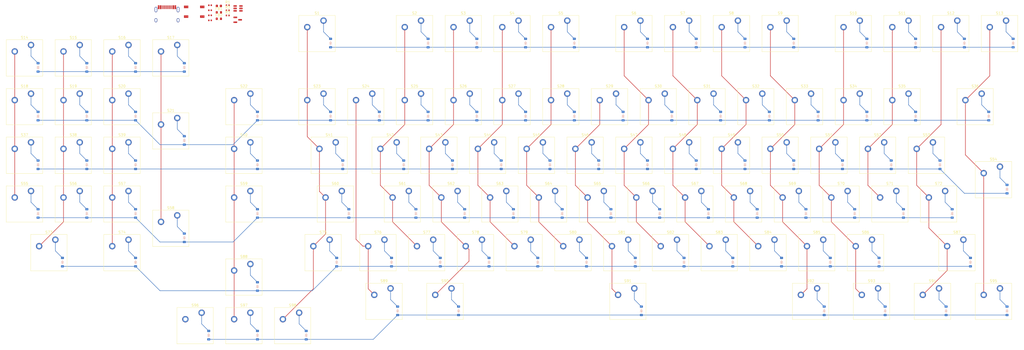
<source format=kicad_pcb>
(kicad_pcb (version 20240108) (generator "pcbnew") (generator_version "8.0")
  (title_block (comment 1 "Angelo Perotti"))
  (layers (0 "F.Cu" signal) (31 "B.Cu" signal) (34 "B.Paste" user) (35 "F.Paste" user) (36 "B.SilkS" user "B.Silkscreen") (37 "F.SilkS" user "F.Silkscreen") (38 "B.Mask" user) (39 "F.Mask" user) (44 "Edge.Cuts" user))
  (net 0 "")
  (net 1 "+5V")
  (net 2 "GND")
  (net 3 "+3.3V")
  (net 4 "/AVCC2")
  (net 5 "/AVCC1")
  (net 6 "Net-(D7-A)")
  (net 7 "ROW_0")
  (net 8 "Net-(D9-A)")
  (net 9 "Net-(D10-A)")
  (net 10 "Net-(D11-A)")
  (net 11 "Net-(D12-A)")
  (net 12 "Net-(D14-A)")
  (net 13 "Net-(D15-A)")
  (net 14 "Net-(D16-A)")
  (net 15 "Net-(D17-A)")
  (net 16 "Net-(D18-A)")
  (net 17 "Net-(D19-A)")
  (net 18 "Net-(D20-A)")
  (net 19 "Net-(D21-A)")
  (net 20 "Net-(D22-A)")
  (net 21 "ROW_1")
  (net 22 "Net-(D23-A)")
  (net 23 "Net-(D24-A)")
  (net 24 "Net-(D25-A)")
  (net 25 "Net-(D43-A)")
  (net 26 "ROW_2")
  (net 27 "Net-(D44-A)")
  (net 28 "Net-(D45-A)")
  (net 29 "Net-(D46-A)")
  (net 30 "Net-(D48-A)")
  (net 31 "Net-(D49-A)")
  (net 32 "Net-(D50-A)")
  (net 33 "Net-(D51-A)")
  (net 34 "Net-(D52-A)")
  (net 35 "Net-(D53-A)")
  (net 36 "Net-(D54-A)")
  (net 37 "Net-(D55-A)")
  (net 38 "Net-(D56-A)")
  (net 39 "Net-(D57-A)")
  (net 40 "Net-(D58-A)")
  (net 41 "Net-(D59-A)")
  (net 42 "Net-(D60-A)")
  (net 43 "Net-(D61-A)")
  (net 44 "Net-(D63-A)")
  (net 45 "ROW_3")
  (net 46 "Net-(D64-A)")
  (net 47 "Net-(D65-A)")
  (net 48 "Net-(D66-A)")
  (net 49 "Net-(D69-A)")
  (net 50 "Net-(D70-A)")
  (net 51 "Net-(D72-A)")
  (net 52 "Net-(D73-A)")
  (net 53 "Net-(D74-A)")
  (net 54 "Net-(D75-A)")
  (net 55 "Net-(D76-A)")
  (net 56 "Net-(D77-A)")
  (net 57 "Net-(D78-A)")
  (net 58 "Net-(D79-A)")
  (net 59 "Net-(D80-A)")
  (net 60 "Net-(D81-A)")
  (net 61 "Net-(D82-A)")
  (net 62 "Net-(D83-A)")
  (net 63 "Net-(D84-A)")
  (net 64 "ROW_4")
  (net 65 "Net-(D85-A)")
  (net 66 "Net-(D86-A)")
  (net 67 "Net-(D87-A)")
  (net 68 "Net-(D90-A)")
  (net 69 "Net-(D91-A)")
  (net 70 "Net-(D93-A)")
  (net 71 "Net-(D94-A)")
  (net 72 "Net-(D95-A)")
  (net 73 "Net-(D96-A)")
  (net 74 "Net-(D97-A)")
  (net 75 "Net-(D98-A)")
  (net 76 "ROW_5")
  (net 77 "ROW_6")
  (net 78 "VBUS")
  (net 79 "/VCC")
  (net 80 "/USB_D-")
  (net 81 "/USB_D+")
  (net 82 "Net-(J1-CC2)")
  (net 83 "Net-(J1-CC1)")
  (net 84 "/BOOT0")
  (net 85 "COL_6")
  (net 86 "COL_8")
  (net 87 "COL_9")
  (net 88 "COL_10")
  (net 89 "COL_11")
  (net 90 "COL_13")
  (net 91 "COL_14")
  (net 92 "COL_15")
  (net 93 "COL_16")
  (net 94 "COL_17")
  (net 95 "COL_18")
  (net 96 "COL_19")
  (net 97 "COL_20")
  (net 98 "COL_0")
  (net 99 "COL_1")
  (net 100 "COL_2")
  (net 101 "COL_3")
  (net 102 "COL_5")
  (net 103 "COL_7")
  (net 104 "COL_12")
  (net 105 "COL_4")
  (net 106 "/MCU_D-")
  (net 107 "/MCU_D+")
  (net 108 "Net-(D1-A)")
  (net 109 "Net-(D2-A)")
  (net 110 "Net-(D3-A)")
  (net 111 "Net-(D4-A)")
  (net 112 "Net-(D5-A)")
  (net 113 "Net-(D6-A)")
  (net 114 "Net-(D8-A)")
  (net 115 "Net-(D13-A)")
  (net 116 "Net-(D26-A)")
  (net 117 "Net-(D27-A)")
  (net 118 "Net-(D28-A)")
  (net 119 "Net-(D29-A)")
  (net 120 "Net-(D30-A)")
  (net 121 "Net-(D31-A)")
  (net 122 "Net-(D32-A)")
  (net 123 "Net-(D33-A)")
  (net 124 "Net-(D34-A)")
  (net 125 "Net-(D35-A)")
  (net 126 "Net-(D36-A)")
  (net 127 "Net-(D37-A)")
  (net 128 "Net-(D38-A)")
  (net 129 "Net-(D39-A)")
  (net 130 "Net-(D40-A)")
  (net 131 "Net-(D41-A)")
  (net 132 "Net-(D42-A)")
  (net 133 "Net-(D47-A)")
  (net 134 "Net-(D62-A)")
  (net 135 "Net-(D67-A)")
  (net 136 "Net-(D68-A)")
  (net 137 "Net-(D71-A)")
  (net 138 "Net-(D89-A)")
  (net 139 "Net-(D92-A)")
  (net 140 "Net-(D88-A)")
  (footprint "ScottoKeebs_MX:MX_PCB_1.00u" (layer "F.Cu") (at 123.825 104.775)
    (property "Reference" "S59")
    (property "Value" "Keyswitch")
  )
  (footprint "ScottoKeebs_MX:MX_PCB_1.00u" (layer "F.Cu") (at 333.375 38.1)
    (property "Reference" "S9")
    (property "Value" "Keyswitch")
  )
  (footprint "ScottoKeebs_Components:ESD_SOT-23-6" (layer "F.Cu") (at 121.54 28.25)
    (property "Reference" "U2" (hide yes))
    (property "Value" "USBLC6-2SC6" (hide yes))
  )
  (footprint "ScottoKeebs_MX:MX_PCB_1.00u" (layer "F.Cu") (at 76.2 66.675)
    (property "Reference" "S20")
    (property "Value" "Keyswitch")
  )
  (footprint "ScottoKeebs_MX:MX_PCB_1.00u" (layer "F.Cu") (at 209.55 66.675)
    (property "Reference" "S26")
    (property "Value" "Keyswitch")
  )
  (footprint "Resistor_SMD:R_0402_1005Metric" (layer "F.Cu") (at 117.51 29.01)
    (property "Reference" "R2")
    (property "Value" "5.1k")
  )
  (footprint "ScottoKeebs_MX:MX_PCB_1.00u" (layer "F.Cu") (at 76.2 123.825)
    (property "Reference" "S74")
    (property "Value" "Keyswitch")
  )
  (footprint "ScottoKeebs_MX:MX_PCB_1.00u" (layer "F.Cu") (at 257.175 85.725)
    (property "Reference" "S46")
    (property "Value" "Keyswitch")
  )
  (footprint "ScottoKeebs_MX:MX_PCB_1.00u" (layer "F.Cu") (at 328.6125 123.825)
    (property "Reference" "S84")
    (property "Value" "Keyswitch")
  )
  (footprint "ScottoKeebs_MX:MX_PCB_1.00u" (layer "F.Cu") (at 171.45 66.675)
    (property "Reference" "S24")
    (property "Value" "Keyswitch")
  )
  (footprint "ScottoKeebs_MX:MX_PCB_1.00u" (layer "F.Cu") (at 76.2 47.625)
    (property "Reference" "S16")
    (property "Value" "Keyswitch")
  )
  (footprint "ScottoKeebs_MX:MX_PCB_1.00u" (layer "F.Cu") (at 323.85 66.675)
    (property "Reference" "S32")
    (property "Value" "Keyswitch")
  )
  (footprint "ScottoKeebs_MX:MX_PCB_1.00u" (layer "F.Cu") (at 247.65 66.675)
    (property "Reference" "S28")
    (property "Value" "Keyswitch")
  )
  (footprint "ScottoKeebs_MX:MX_PCB_1.00u" (layer "F.Cu") (at 390.525 85.725)
    (property "Reference" "S53")
    (property "Value" "Keyswitch")
  )
  (footprint "ScottoKeebs_MX:MX_PCB_1.00u" (layer "F.Cu") (at 180.975 85.725)
    (property "Reference" "S42")
    (property "Value" "Keyswitch")
  )
  (footprint "ScottoKeebs_MX:MX_PCB_1.00u" (layer "F.Cu") (at 416.71875 95.25)
    (property "Reference" "S54")
    (property "Value" "Keyswitch")
  )
  (footprint "ScottoKeebs_MX:MX_PCB_1.00u" (layer "F.Cu") (at 271.4625 123.825)
    (property "Reference" "S81")
    (property "Value" "Keyswitch")
  )
  (footprint "ScottoKeebs_MX:MX_PCB_1.00u" (layer "F.Cu") (at 285.75 66.675)
    (property "Reference" "S30")
    (property "Value" "Keyswitch")
  )
  (footprint "ScottoKeebs_MX:MX_PCB_1.00u" (layer "F.Cu") (at 123.825 152.4)
    (property "Reference" "S97")
    (property "Value" "Keyswitch")
  )
  (footprint "ScottoKeebs_MX:MX_PCB_1.00u" (layer "F.Cu") (at 357.1875 104.775)
    (property "Reference" "S70")
    (property "Value" "Keyswitch")
  )
  (footprint "ScottoKeebs_Components:Capacitor_0402" (layer "F.Cu") (at 110.61 27.01)
    (property "Reference" "C3" (hide yes))
    (property "Value" "1uF")
  )
  (footprint "ScottoKeebs_MX:MX_PCB_1.00u" (layer "F.Cu") (at 400.05 38.1)
    (property "Reference" "S12")
    (property "Value" "Keyswitch")
  )
  (footprint "ScottoKeebs_MX:MX_PCB_1.00u" (layer "F.Cu") (at 157.1625 85.725)
    (property "Reference" "S41")
    (property "Value" "Keyswitch")
  )
  (footprint "ScottoKeebs_MX:MX_PCB_1.00u" (layer "F.Cu") (at 314.325 38.1)
    (property "Reference" "S8")
    (property "Value" "Keyswitch")
  )
  (footprint "ScottoKeebs_MX:MX_PCB_1.00u" (layer "F.Cu") (at 159.54375 104.775)
    (property "Reference" "S60")
    (property "Value" "Keyswitch")
  )
  (footprint "ScottoKeebs_MX:MX_PCB_1.00u" (layer "F.Cu") (at 76.2 104.775)
    (property "Reference" "S57")
    (property "Value" "Keyswitch")
  )
  (footprint "ScottoKeebs_MX:MX_PCB_1.00u" (layer "F.Cu") (at 123.825 66.675)
    (property "Reference" "S22")
    (property "Value" "Keyswitch")
  )
  (footprint "ScottoKeebs_MX:MX_PCB_1.00u" (layer "F.Cu") (at 342.9 66.675)
    (property "Reference" "S33")
    (property "Value" "Keyswitch")
  )
  (footprint "ScottoKeebs_MX:MX_PCB_1.00u" (layer "F.Cu") (at 304.8 66.675)
    (property "Reference" "S31")
    (property "Value" "Keyswitch")
  )
  (footprint "ScottoKeebs_MX:MX_PCB_1.00u" (layer "F.Cu") (at 123.825 133.35)
    (property "Reference" "S88")
    (property "Value" "Keyswitch")
  )
  (footprint "ScottoKeebs_MX:MX_PCB_1.00u" (layer "F.Cu") (at 371.475 85.725)
    (property "Reference" "S52")
    (property "Value" "Keyswitch")
  )
  (footprint "ScottoKeebs_MX:MX_PCB_1.00u" (layer "F.Cu") (at 290.5125 123.825)
    (property "Reference" "S82")
    (property "Value" "Keyswitch")
  )
  (footprint "ScottoKeebs_MX:MX_PCB_1.00u" (layer "F.Cu") (at 190.5 38.1)
    (property "Reference" "S2")
    (property "Value" "Keyswitch")
  )
  (footprint "ScottoKeebs_Components:Voltage_SOT-23" (layer "F.Cu") (at 121.41 32.7)
    (property "Reference" "U3" (hide yes))
    (property "Value" "XC6206")
  )
  (footprint "ScottoKeebs_MX:MX_PCB_1.00u" (layer "F.Cu") (at 38.1 47.625)
    (property "Reference" "S14")
    (property "Value" "Keyswitch")
  )
  (footprint "ScottoKeebs_MX:MX_PCB_1.00u" (layer "F.Cu") (at 204.7875 104.775)
    (property "Reference" "S62")
    (property "Value" "Keyswitch")
  )
  (footprint "ScottoKeebs_MX:MX_PCB_1.00u" (layer "F.Cu") (at 152.4 38.1)
    (property "Reference" "S1")
    (property "Value" "Keyswitch")
  )
  (footprint "ScottoKeebs_MX:MX_PCB_1.00u" (layer "F.Cu") (at 76.2 85.725)
    (property "Reference" "S39")
    (property "Value" "Keyswitch")
  )
  (footprint "ScottoKeebs_MX:MX_PCB_1.00u" (layer "F.Cu") (at 95.25 114.3)
    (property "Reference" "S58")
    (property "Value" "Keyswitch")
  )
  (footprint "ScottoKeebs_MX:MX_PCB_1.00u" (layer "F.Cu") (at 381 38.1)
    (property "Reference" "S11")
    (property "Value" "Keyswitch")
  )
  (footprint "ScottoKeebs_MX:MX_PCB_1.00u" (layer "F.Cu") (at 273.84375 142.875)
    (property "Reference" "S91")
    (property "Value" "Keyswitch")
  )
  (footprint "ScottoKeebs_MX:MX_PCB_1.00u" (layer "F.Cu") (at 309.5625 123.825)
    (property "Reference" "S83")
    (property "Value" "Keyswitch")
  )
  (footprint "ScottoKeebs_MX:MX_PCB_1.00u" (layer "F.Cu") (at 200.025 85.725)
    (property "Reference" "S43")
    (property "Value" "Keyswitch")
  )
  (footprint "ScottoKeebs_Components:Capacitor_0402" (layer "F.Cu") (at 110.61 30.95)
    (property "Reference" "C1" (hide yes))
    (property "Value" "1uF")
  )
  (footprint "ScottoKeebs_MX:MX_PCB_1.00u" (layer "F.Cu") (at 38.1 104.775)
    (property "Reference" "S55")
    (property "Value" "Keyswitch")
  )
  (footprint "ScottoKeebs_MX:MX_PCB_1.00u" (layer "F.Cu") (at 176.2125 123.825)
    (property "Reference" "S76")
    (property "Value" "Keyswitch")
  )
  (footprint "ScottoKeebs_MX:MX_PCB_1.00u" (layer "F.Cu") (at 280.9875 104.775)
    (property "Reference" "S66")
    (property "Value" "Keyswitch")
  )
  (footprint "ScottoKeebs_MX:MX_PCB_1.00u" (layer "F.Cu") (at 152.4 66.675)
    (property "Reference" "S23")
    (property "Value" "Keyswitch")
  )
  (footprint "ScottoKeebs_Components:Capacitor_0402" (layer "F.Cu") (at 110.61 32.92)
    (property "Reference" "C2" (hide yes))
    (property "Value" "1uF")
  )
  (footprint "ScottoKeebs_MX:MX_PCB_1.00u" (layer "F.Cu") (at 95.25 47.625)
    (property "Reference" "S17")
    (property "Value" "Keyswitch")
  )
  (footprint "ScottoKeebs_MX:MX_PCB_1.00u" (layer "F.Cu") (at 228.6 38.1)
    (property "Reference" "S4")
    (property "Value" "Keyswitch")
  )
  (footprint "ScottoKeebs_MX:MX_PCB_1.00u" (layer "F.Cu") (at 252.4125 123.825)
    (property "Reference" "S80")
    (property "Value" "Keyswitch")
  )
  (footprint "ScottoKeebs_MX:MX_PCB_1.00u" (layer "F.Cu") (at 276.225 38.1)
    (property "Reference" "S6")
    (property "Value" "Keyswitch")
  )
  (footprint "ScottoKeebs_MX:MX_PCB_1.00u" (layer "F.Cu") (at 209.55 38.1)
    (property "Reference" "S3")
    (property "Value" "Keyswitch")
  )
  (footprint "ScottoKeebs_MX:MX_PCB_1.00u" (layer "F.Cu") (at 347.6625 123.825)
    (property "Reference" "S85")
    (property "Value" "Keyswitch")
  )
  (footprint "ScottoKeebs_MX:MX_PCB_1.00u" (layer "F.Cu") (at 314.325 85.725)
    (property "Reference" "S49")
    (property "Value" "Keyswitch")
  )
  (footprint "ScottoKeebs_Components:Capacitor_0402" (layer "F.Cu") (at 110.61 28.98)
    (property "Reference" "C4" (hide yes))
    (property "Value" "1uF")
  )
  (footprint "ScottoKeebs_MX:MX_PCB_1.00u" (layer "F.Cu") (at 104.775 152.4)
    (property "Reference" "S96")
    (property "Value" "Keyswitch")
  )
  (footprint "ScottoKeebs_Components:Fuse_0603" (layer "F.Cu") (at 114.05 27.28)
    (property "Reference" "F1" (hide yes))
    (property "Value" "500mA" (hide yes))
  )
  (footprint "ScottoKeebs_MX:MX_PCB_1.00u" (layer "F.Cu") (at 419.1 38.1)
    (property "Reference" "S13")
    (property "Value" "Keyswitch")
  )
  (footprint "ScottoKeebs_MX:MX_PCB_1.00u" (layer "F.Cu") (at 238.125 85.725)
    (property "Reference" "S45")
    (property "Value" "Keyswitch")
  )
  (footprint "ScottoKeebs_MX:MX_PCB_1.00u" (layer "F.Cu") (at 142.875 152.4)
    (property "Reference" "S98")
    (property "Value" "Keyswitch")
  )
  (footprint "ScottoKeebs_MX:MX_PCB_1.00u" (layer "F.Cu") (at 381 66.675)
    (property "Reference" "S35")
    (property "Value" "Keyswitch")
  )
  (footprint "ScottoKeebs_MX:MX_PCB_1.00u" (layer "F.Cu") (at 295.275 38.1)
    (property "Reference" "S7")
    (property "Value" "Keyswitch")
  )
  (footprint "ScottoKeebs_MX:MX_PCB_1.00u" (layer "F.Cu") (at 219.075 85.725)
    (property "Reference" "S44")
    (property "Value" "Keyswitch")
  )
  (footprint "ScottoKeebs_MX:MX_PCB_1.00u" (layer "F.Cu") (at 47.625 123.825)
    (property "Reference" "S73")
    (property "Value" "Keyswitch")
  )
  (footprint "ScottoKeebs_MX:MX_PCB_1.00u" (layer "F.Cu") (at 361.95 66.675)
    (property "Reference" "S34")
    (property "Value" "Keyswitch")
  )
  (footprint "ScottoKeebs_MX:MX_PCB_1.00u" (layer "F.Cu") (at 361.95 38.1)
    (property "Reference" "S10")
    (property "Value" "Keyswitch")
  )
  (footprint "ScottoKeebs_MX:MX_PCB_1.00u" (layer "F.Cu") (at 333.375 85.725)
    (property "Reference" "S50")
    (property "Value" "Keyswitch")
  )
  (footprint "ScottoKeebs_MX:MX_PCB_1.00u" (layer "F.Cu") (at 402.43125 123.825)
    (property "Reference" "S87")
    (property "Value" "Keyswitch")
  )
  (footprint "ScottoKeebs_MX:MX_PCB_1.00u" (layer "F.Cu") (at 345.28125 142.875)
    (property "Reference" "S92")
    (property "Value" "Keyswitch")
  )
  (footprint "ScottoKeebs_MX:MX_PCB_1.00u" (layer "F.Cu") (at 38.1 66.675)
    (property "Reference" "S18")
    (property "Value" "Keyswitch")
  )
  (footprint "ScottoKeebs_MX:MX_PCB_1.00u" (layer "F.Cu") (at 95.25 76.2)
    (property "Reference" "S21")
    (property "Value" "Keyswitch")
  )
  (footprint "ScottoKeebs_MX:MX_PCB_1.00u" (layer "F.Cu") (at 178.59375 142.875)
    (property "Reference" "S89")
    (property "Value" "Keyswitch")
  )
  (footprint "Resistor_SMD:R_0603_1608Metric" (layer "F.Cu") (at 114.05 29.79)
    (property "Reference" "FB1")
    (property "Value" "MMZ1608A252BTA00")
  )
  (footprint "ScottoKeebs_MX:MX_PCB_1.00u" (layer "F.Cu") (at 247.65 38.1)
    (property "Reference" "S5")
    (property "Value" "Keyswitch")
  )
  (footprint "Resistor_SMD:R_0402_1005Metric" (layer "F.Cu") (at 117.51 31)
    (property "Reference" "R3")
    (property "Value" "10k")
  )
  (footprint "Resistor_SMD:R_0402_1005Metric" (layer "F.Cu") (at 117.51 27.02)
    (property "Reference" "R1")
    (property "Value" "5.1k")
  )
  (footprint "ScottoKeebs_MX:MX_PCB_1.00u" (layer "F.Cu") (at 57.15 47.625)
    (property "Reference" "S15")
    (property "Value" "Keyswitch")
  )
  (footprint "ScottoKeebs_Components:Button_TL3342" (layer "F.Cu") (at 104.4 29.55)
    (property "Reference" "R_BUTT1" (hide yes))
    (property "Value" "SW_Push")
  )
  (footprint "ScottoKeebs_MX:MX_PCB_1.00u" (layer "F.Cu") (at 57.15 85.725)
    (property "Reference" "S38")
    (property "Value" "Keyswitch")
  )
  (footprint "ScottoKeebs_MX:MX_PCB_1.00u" (layer "F.Cu") (at 38.1 85.725)
    (property "Reference" "S37")
    (property "Value" "Keyswitch")
  )
  (footprint "ScottoKeebs_MX:MX_PCB_1.00u" (layer "F.Cu") (at 202.40625 142.875)
    (property "Reference" "S90")
    (property "Value" "Keyswitch")
  )
  (footprint "ScottoKeebs_MX:MX_PCB_1.00u" (layer "F.Cu") (at 295.275 85.725)
    (property "Reference" "S48")
    (property "Value" "Keyswitch")
  )
  (footprint "ScottoKeebs_MX:MX_PCB_1.00u" (layer "F.Cu") (at 266.7 66.675)
    (property "Reference" "S29")
    (property "Value" "Keyswitch")
  )
  (footprint "ScottoKeebs_MX:MX_PCB_1.00u" (layer "F.Cu") (at 416.71875 142.875)
    (property "Reference" "S95")
    (property "Value" "Keyswitch")
  )
  (footprint "ScottoKeebs_MX:MX_PCB_1.00u" (layer "F.Cu") (at 352.425 85.725)
    (property "Reference" "S51")
    (property "Value" "Keyswitch")
  )
  (footprint "ScottoKeebs_MX:MX_PCB_1.00u" (layer "F.Cu") (at 123.825 85.725)
    (property "Reference" "S40")
    (property "Value" "Keyswitch")
  )
  (footprint "ScottoKeebs_MX:MX_PCB_1.00u" (layer "F.Cu") (at 300.0375 104.775)
    (property "Reference" "S67")
    (property "Value" "Keyswitch")
  )
  (footprint "ScottoKeebs_MX:MX_PCB_1.00u" (layer "F.Cu") (at 261.9375 104.775)
    (property "Reference" "S65")
    (property "Value" "Keyswitch")
  )
  (footprint "ScottoKeebs_MX:MX_PCB_1.00u" (layer "F.Cu") (at 319.0875 104.775)
    (property "Reference" "S68")
    (property "Value" "Keyswitch")
  )
  (footprint "ScottoKeebs_MX:MX_PCB_1.00u" (layer "F.Cu") (at 338.1375 104.775)
    (property "Reference" "S69")
    (property "Value" "Keyswitch")
  )
  (footprint "ScottoKeebs_MX:MX_PCB_1.00u" (layer "F.Cu") (at 395.2875 104.775)
    (property "Reference" "S72")
    (property "Value" "Keyswitch")
  )
  (footprint "ScottoKeebs_MX:MX_PCB_1.00u" (layer "F.Cu") (at 233.3625 123.825)
    (property "Reference" "S79")
    (property "Value" "Keyswitch")
  )
  (footprint "ScottoKeebs_MX:MX_PCB_1.00u" (layer "F.Cu") (at 409.575 66.675)
    (property "Reference" "S36")
    (property "Value" "Keyswitch")
  )
  (footprint "ScottoKeebs_MX:MX_PCB_1.00u" (layer "F.Cu") (at 223.8375 104.775)
    (property "Reference" "S63")
    (property "Value" "Keyswitch")
  )
  (footprint "Resistor_SMD:R_0603_1608Metric" (layer "F.Cu") (at 114.05 32.3)
    (property "Reference" "FB2")
    (property "Value" "MMZ1608A252BTA00")
  )
  (footprint "ScottoKeebs_MX:MX_PCB_1.00u" (layer "F.Cu") (at 154.78125 123.825)
    (property "Reference" "S75")
    (property "Value" "Keyswitch")
  )
  (footprint "ScottoKeebs_MX:MX_PCB_1.00u" (layer "F.Cu") (at 276.225 85.725)
    (property "Reference" "S47")
    (property "Value" "Keyswitch")
  )
  (footprint "ScottoKeebs_MX:MX_PCB_1.00u" (layer "F.Cu") (at 366.7125 123.825)
    (property "Reference" "S86")
    (property "Value" "Keyswitch")
  )
  (footprint "ScottoKeebs_MX:MX_PCB_1.00u" (layer "F.Cu") (at 57.15 104.775)
    (property "Reference" "S56")
    (property "Value" "Keyswitch")
  )
  (footprint "ScottoKeebs_MX:MX_PCB_1.00u" (layer "F.Cu") (at 195.2625 123.825)
    (property "Reference" "S77")
    (property "Value" "Keyswitch")
  )
  (footprint "ScottoKeebs_MX:MX_PCB_1.00u" (layer "F.Cu") (at 392.90625 142.875)
    (property "Reference" "S94")
    (property "Value" "Keyswitch")
  )
  (footprint "ScottoKeebs_MX:MX_PCB_1.00u" (layer "F.Cu") (at 369.09375 142.875)
    (property "Reference" "S93")
    (property "Value" "Keyswitch")
  )
  (footprint "ScottoKeebs_MX:MX_PCB_1.00u" (layer "F.Cu") (at 57.15 66.675)
    (property "Reference" "S19")
    (property "Value" "Keyswitch")
  )
  (footprint "ScottoKeebs_MX:MX_PCB_1.00u" (layer "F.Cu") (at 228.6 66.675)
    (property "Reference" "S27")
    (property "Value" "Keyswitch")
  )
  (footprint "ScottoKeebs_MX:MX_PCB_1.00u" (layer "F.Cu") (at 242.8875 104.775)
    (property "Reference" "S64")
    (property "Value" "Keyswitch")
  )
  (footprint "ScottoKeebs_MX:MX_PCB_1.00u" (layer "F.Cu") (at 214.3125 123.825)
    (property "Reference" "S78")
    (property "Value" "Keyswitch")
  )
  (footprint "ScottoKeebs_Components:USB_C_HRO_TYPE-C-31-M-12" (layer "F.Cu") (at 93.78 31.82)
    (property "Reference" "J1" (hide yes))
    (property "Value" "USB_C")
  )
  (footprint "ScottoKeebs_MX:MX_PCB_1.00u" (layer "F.Cu") (at 376.2375 104.775)
    (property "Reference" "S71")
    (property "Value" "Keyswitch")
  )
  (footprint "ScottoKeebs_MX:MX_PCB_1.00u" (layer "F.Cu") (at 190.5 66.675)
    (property "Reference" "S25")
    (property "Value" "Keyswitch")
  )
  (footprint "ScottoKeebs_MX:MX_PCB_1.00u" (layer "F.Cu") (at 185.7375 104.775)
    (property "Reference" "S61")
    (property "Value" "Keyswitch")
  )
  (footprint "ScottoKeebs_Components:Diode_SOD-123" (layer "B.Cu") (at 262.475 89.425 90)
    (property "Reference" "D46" (hide yes))
    (property "Value" "Diode")
  )
  (footprint "ScottoKeebs_Components:Diode_SOD-123" (layer "B.Cu") (at 367.25 41.8 90)
    (property "Reference" "D10" (hide yes))
    (property "Value" "Diode")
  )
  (footprint "ScottoKeebs_Components:Diode_SOD-123" (layer "B.Cu") (at 214.85 70.375 90)
    (property "Reference" "D26" (hide yes))
    (property "Value" "Diode")
  )
  (footprint "ScottoKeebs_Components:Diode_SOD-123" (layer "B.Cu") (at 281.525 89.425 90)
    (property "Reference" "D47" (hide yes))
    (property "Value" "Diode")
  )
  (footprint "ScottoKeebs_Components:Diode_SOD-123" (layer "B.Cu") (at 148.175 156.1 90)
    (property "Reference" "D98" (hide yes))
    (property "Value" "Diode")
  )
  (footprint "ScottoKeebs_Components:Diode_SOD-123" (layer "B.Cu") (at 129.125 156.1 90)
    (property "Reference" "D97" (hide yes))
    (property "Value" "Diode")
  )
  (footprint "ScottoKeebs_Components:Diode_SOD-123" (layer "B.Cu") (at 367.25 70.375 90)
    (property "Reference" "D34" (hide yes))
    (property "Value" "Diode")
  )
  (footprint "ScottoKeebs_Components:Diode_SOD-123" (layer "B.Cu") (at 279.14375 146.575 90)
    (property "Reference" "D91" (hide yes))
    (property "Value" "Diode")
  )
  (footprint "ScottoKeebs_Components:Diode_SOD-123" (layer "B.Cu") (at 129.125 108.475 90)
    (property "Reference" "D59" (hide yes))
    (property "Value" "Diode")
  )
  (footprint "ScottoKeebs_Components:Diode_SOD-123" (layer "B.Cu") (at 160.08125 127.525 90)
    (property "Reference" "D75" (hide yes))
    (property "Value" "Diode")
  )
  (footprint "ScottoKeebs_Components:Diode_SOD-123" (layer "B.Cu") (at 338.675 41.8 90)
    (property "Reference" "D9" (hide yes))
    (property "Value" "Diode")
  )
  (footprint "ScottoKeebs_Components:Diode_SOD-123" (layer "B.Cu") (at 243.425 89.425 90)
    (property "Reference" "D45" (hide yes))
    (property "Value" "Diode")
  )
  (footprint "ScottoKeebs_Components:Diode_SOD-123" (layer "B.Cu") (at 324.3875 108.475 90)
    (property "Reference" "D68" (hide yes))
    (property "Value" "Diode")
  )
  (footprint "ScottoKeebs_Components:Diode_SOD-123" (layer "B.Cu") (at 62.45 89.425 90)
    (property "Reference" "D38" (hide yes))
    (property "Value" "Diode")
  )
  (footprint "ScottoKeebs_Components:Diode_SOD-123" (layer "B.Cu") (at 319.625 89.425 90)
    (property "Reference" "D49" (hide yes))
    (property "Value" "Diode")
  )
  (footprint "ScottoKeebs_Components:Diode_SOD-123" (layer "B.Cu") (at 343.4375 108.475 90)
    (property "Reference" "D69" (hide yes))
    (property "Value" "Diode")
  )
  (footprint "ScottoKeebs_Components:Diode_SOD-123" (layer "B.Cu") (at 329.15 70.375 90)
    (property "Reference" "D32" (hide yes))
    (property "Value" "Diode")
  )
  (footprint "ScottoKeebs_Components:Diode_SOD-123" (layer "B.Cu") (at 162.4625 89.425 90)
    (property "Reference" "D41" (hide yes))
    (property "Value" "Diode")
  )
  (footprint "ScottoKeebs_Components:Diode_SOD-123" (layer "B.Cu") (at 229.1375 108.475 90)
    (property "Reference" "D63" (hide yes))
    (property "Value" "Diode")
  )
  (footprint "ScottoKeebs_Components:Diode_SOD-123" (layer "B.Cu") (at 300.575 41.8 90)
    (property "Reference" "D7" (hide yes))
    (property "Value" "Diode")
  )
  (footprint "ScottoKeebs_Components:Diode_SOD-123" (layer "B.Cu") (at 205.325 89.425 90)
    (property "Reference" "D43" (hide yes))
    (property "Value" "Diode")
  )
  (footprint "ScottoKeebs_Components:Diode_SOD-123" (layer "B.Cu") (at 267.2375 108.475 90)
    (property "Reference" "D65" (hide yes))
    (property "Value" "Diode")
  )
  (footprint "ScottoKeebs_Components:Diode_SOD-123" (layer "B.Cu") (at 62.45 51.325 90)
    (property "Reference" "D15" (hide yes))
    (property "Value" "Diode")
  )
  (footprint "ScottoKeebs_Components:Diode_SOD-123" (layer "B.Cu") (at 372.0125 127.525 90)
    (property "Reference" "D86" (hide yes))
    (property "Value" "Diode")
  )
  (footprint "ScottoKeebs_Components:Diode_SOD-123" (layer "B.Cu") (at 183.89375 146.575 90)
    (property "Reference" "D89" (hide yes))
    (property "Value" "Diode")
  )
  (footprint "ScottoKeebs_Components:Diode_SOD-123" (layer "B.Cu") (at 386.3 41.8 90)
    (property "Reference" "D11" (hide yes))
    (property "Value" "Diode")
  )
  (footprint "ScottoKeebs_Components:Diode_SOD-123" (layer "B.Cu") (at 43.4 70.375 90)
    (property "Reference" "D18" (hide yes))
    (property "Value" "Diode")
  )
  (footprint "ScottoKeebs_Components:Diode_SOD-123" (layer "B.Cu") (at 200.5625 127.525 90)
    (property "Reference" "D77" (hide yes))
    (property "Value" "Diode")
  )
  (footprint "ScottoKeebs_Components:Diode_SOD-123" (layer "B.Cu") (at 81.5 108.475 90)
    (property "Reference" "D57" (hide yes))
    (property "Value" "Diode")
  )
  (footprint "ScottoKeebs_Components:Diode_SOD-123" (layer "B.Cu") (at 395.825 89.425 90)
    (property "Reference" "D53" (hide yes))
    (property "Value" "Diode")
  )
  (footprint "ScottoKeebs_Components:Diode_SOD-123" (layer "B.Cu") (at 407.73125 127.525 90)
    (property "Reference" "D87" (hide yes))
    (property "Value" "Diode")
  )
  (footprint "ScottoKeebs_Components:Diode_SOD-123" (layer "B.Cu") (at 386.3 70.375 90)
    (property "Reference" "D35" (hide yes))
    (property "Value" "Diode")
  )
  (footprint "ScottoKeebs_Components:Diode_SOD-123" (layer "B.Cu") (at 291.05 70.375 90)
    (property "Reference" "D30" (hide yes))
    (property "Value" "Diode")
  )
  (footprint "ScottoKeebs_Components:Diode_SOD-123" (layer "B.Cu") (at 333.9125 127.525 90)
    (property "Reference" "D84" (hide yes))
    (property "Value" "Diode")
  )
  (footprint "ScottoKeebs_Components:Diode_SOD-123" (layer "B.Cu") (at 110.075 156.1 90)
    (property "Reference" "D96" (hide yes))
    (property "Value" "Diode")
  )
  (footprint "ScottoKeebs_Components:Diode_SOD-123" (layer "B.Cu") (at 310.1 70.375 90)
    (property "Reference" "D31" (hide yes))
    (property "Value" "Diode")
  )
  (footprint "ScottoKeebs_Components:Diode_SOD-123" (layer "B.Cu") (at 357.725 89.425 90)
    (property "Reference" "D51" (hide yes))
    (property "Value" "Diode")
  )
  (footprint "ScottoKeebs_Components:Diode_SOD-123" (layer "B.Cu") (at 195.8 41.8 90)
    (property "Reference" "D2" (hide yes))
    (property "Value" "Diode")
  )
  (footprint "ScottoKeebs_Components:Diode_SOD-123" (layer "B.Cu") (at 186.275 89.425 90)
    (property "Reference" "D42" (hide yes))
    (property "Value" "Diode")
  )
  (footprint "ScottoKeebs_Components:Diode_SOD-123" (layer "B.Cu") (at 300.575 89.425 90)
    (property "Reference" "D48" (hide yes))
    (property "Value" "Diode")
  )
  (footprint "ScottoKeebs_Components:Diode_SOD-123" (layer "B.Cu") (at 281.525 41.8 90)
    (property "Reference" "D6" (hide yes))
    (property "Value" "Diode")
  )
  (footprint "ScottoKeebs_Components:Diode_SOD-123" (layer "B.Cu") (at 43.4 51.325 90)
    (property "Reference" "D14" (hide yes))
    (property "Value" "Diode")
  )
  (footprint "ScottoKeebs_Components:Diode_SOD-123" (layer "B.Cu") (at 157.7 41.8 90)
    (property "Reference" "D1" (hide yes))
    (property "Value" "Diode")
  )
  (footprint "ScottoKeebs_Components:Diode_SOD-123" (layer "B.Cu") (at 362.4875 108.475 90)
    (property "Reference" "D70" (hide yes))
    (property "Value" "Diode")
  )
  (footprint "ScottoKeebs_Components:Diode_SOD-123" (layer "B.Cu") (at 414.875 70.375 90)
    (property "Reference" "D36" (hide yes))
    (property "Value" "Diode")
  )
  (footprint "ScottoKeebs_Components:Diode_SOD-123" (layer "B.Cu") (at 405.35 41.8 90)
    (property "Reference" "D12" (hide yes))
    (property "Value" "Diode")
  )
  (footprint "ScottoKeebs_Components:Diode_SOD-123" (layer "B.Cu") (at 100.55 118 90)
    (property "Reference" "D58" (hide yes))
    (property "Value" "Diode")
  )
  (footprint "ScottoKeebs_Components:Diode_SOD-123" (layer "B.Cu") (at 224.375 89.425 90)
    (property "Reference" "D44" (hide yes))
    (property "Value" "Diode")
  )
  (footprint "ScottoKeebs_Components:Diode_SOD-123" (layer "B.Cu") (at 81.5 51.325 90)
    (property "Reference" "D16" (hide yes))
    (property "Value" "Diode")
  )
  (footprint "ScottoKeebs_Components:Diode_SOD-123" (layer "B.Cu") (at 43.4 108.475 90)
    (property "Reference" "D55" (hide yes))
    (property "Value" "Diode")
  )
  (footprint "ScottoKeebs_Components:Diode_SOD-123" (layer "B.Cu") (at 129.125 137.05 90)
    (property "Reference" "D88" (hide yes))
    (property "Value" "Diode")
  )
  (footprint "ScottoKeebs_Components:Diode_SOD-123" (layer "B.Cu") (at 129.125 70.375 90)
    (property "Reference" "D22" (hide yes))
    (property "Value" "Diode")
  )
  (footprint "ScottoKeebs_Components:Diode_SOD-123" (layer "B.Cu") (at 195.8 70.375 90)
    (property "Reference" "D25" (hide yes))
    (property "Value" "Diode")
  )
  (footprint "ScottoKeebs_Components:Diode_SOD-123" (layer "B.Cu") (at 376.775 89.425 90)
    (property "Reference" "D52" (hide yes))
    (property "Value" "Diode")
  )
  (footprint "ScottoKeebs_Components:Diode_SOD-123" (layer "B.Cu") (at 52.925 127.525 90)
    (property "Reference" "D73" (hide yes))
    (property "Value" "Diode")
  )
  (footprint "ScottoKeebs_Components:Diode_SOD-123" (layer "B.Cu") (at 276.7625 127.525 90)
    (property "Reference" "D81" (hide yes))
    (property "Value" "Diode")
  )
  (footprint "ScottoKeebs_Components:Diode_SOD-123" (layer "B.Cu") (at 81.5 127.525 90)
    (property "Reference" "D74" (hide yes))
    (property "Value" "Diode")
  )
  (footprint "ScottoKeebs_Components:Diode_SOD-123" (layer "B.Cu") (at 181.5125 127.525 90)
    (property "Reference" "D76" (hide yes))
    (property "Value" "Diode")
  )
  (footprint "ScottoKeebs_Components:Diode_SOD-123" (layer "B.Cu") (at 81.5 89.425 90)
    (property "Reference" "D39" (hide yes))
    (property "Value" "Diode")
  )
  (footprint "ScottoKeebs_Components:Diode_SOD-123" (layer "B.Cu") (at 157.7 70.375 90)
    (property "Reference" "D23" (hide yes))
    (property "Value" "Diode")
  )
  (footprint "ScottoKeebs_Components:Diode_SOD-123" (layer "B.Cu") (at 424.4 41.8 90)
    (property "Reference" "D13" (hide yes))
    (property "Value" "Diode")
  )
  (footprint "ScottoKeebs_Components:Diode_SOD-123" (layer "B.Cu") (at 233.9 41.8 90)
    (property "Reference" "D4" (hide yes))
    (property "Value" "Diode")
  )
  (footprint "ScottoKeebs_Components:Diode_SOD-123" (layer "B.Cu") (at 100.55 79.9 90)
    (property "Reference" "D21" (hide yes))
    (property "Value" "Diode")
  )
  (footprint "ScottoKeebs_Components:Diode_SOD-123" (layer "B.Cu") (at 176.75 70.375 90)
    (property "Reference" "D24" (hide yes))
    (property "Value" "Diode")
  )
  (footprint "ScottoKeebs_Components:Diode_SOD-123" (layer "B.Cu") (at 314.8625 127.525 90)
    (property "Reference" "D83" (hide yes))
    (property "Value" "Diode")
  )
  (footprint "ScottoKeebs_Components:Diode_SOD-123" (layer "B.Cu") (at 210.0875 108.475 90)
    (property "Reference" "D62" (hide yes))
    (property "Value" "Diode")
  )
  (footprint "ScottoKeebs_Components:Diode_SOD-123" (layer "B.Cu") (at 352.9625 127.525 90)
    (property "Reference" "D85" (hide yes))
    (property "Value" "Diode")
  )
  (footprint "ScottoKeebs_Components:Diode_SOD-123" (layer "B.Cu") (at 305.3375 108.475 90)
    (property "Reference" "D67" (hide yes))
    (property "Value" "Diode")
  )
  (footprint "ScottoKeebs_Components:Diode_SOD-123" (layer "B.Cu") (at 238.6625 127.525 90)
    (property "Reference" "D79" (hide yes))
    (property "Value" "Diode")
  )
  (footprint "ScottoKeebs_Components:Diode_SOD-123" (layer "B.Cu") (at 43.4 89.425 90)
    (property "Reference" "D37" (hide yes))
    (property "Value" "Diode")
  )
  (footprint "ScottoKeebs_Components:Diode_SOD-123" (layer "B.Cu") (at 350.58125 146.575 90)
    (property "Reference" "D92" (hide yes))
    (property "Value" "Diode")
  )
  (footprint "ScottoKeebs_Components:Diode_SOD-123" (layer "B.Cu") (at 400.5875 108.475 90)
    (property "Reference" "D72" (hide yes))
    (property "Value" "Diode")
  )
  (footprint "ScottoKeebs_Components:Diode_SOD-123" (layer "B.Cu") (at 62.45 70.375 90)
    (property "Reference" "D19" (hide yes))
    (property "Value" "Diode")
  )
  (footprint "ScottoKeebs_Components:Diode_SOD-123" (layer "B.Cu") (at 233.9 70.375 90)
    (property "Reference" "D27" (hide yes))
    (property "Value" "Diode")
  )
  (footprint "ScottoKeebs_Components:Diode_SOD-123" (layer "B.Cu") (at 422.01875 98.95 90)
    (property "Reference" "D54" (hide yes))
    (property "Value" "Diode")
  )
  (footprint "ScottoKeebs_Components:Diode_SOD-123" (layer "B.Cu") (at 398.20625 146.575 90)
    (property "Reference" "D94" (hide yes))
    (property "Value" "Diode")
  )
  (footprint "ScottoKeebs_Components:Diode_SOD-123" (layer "B.Cu") (at 257.7125 127.525 90)
    (property "Reference" "D80" (hide yes))
    (property "Value" "Diode")
  )
  (footprint "ScottoKeebs_Components:Diode_SOD-123" (layer "B.Cu") (at 129.125 89.425 90)
    (property "Reference" "D40" (hide yes))
    (property "Value" "Diode")
  )
  (footprint "ScottoKeebs_Components:Diode_SOD-123" (layer "B.Cu") (at 248.1875 108.475 90)
    (property "Reference" "D64" (hide yes))
    (property "Value" "Diode")
  )
  (footprint "ScottoKeebs_Components:Diode_SOD-123" (layer "B.Cu") (at 272 70.375 90)
    (property "Reference" "D29" (hide yes))
    (property "Value" "Diode")
  )
  (footprint "ScottoKeebs_Components:Diode_SOD-123" (layer "B.Cu") (at 319.625 41.8 90)
    (property "Reference" "D8" (hide yes))
    (property "Value" "Diode")
  )
  (footprint "ScottoKeebs_Components:Diode_SOD-123" (layer "B.Cu") (at 214.85 41.8 90)
    (property "Reference" "D3" (hide yes))
    (property "Value" "Diode")
  )
  (footprint "ScottoKeebs_Components:Diode_SOD-123" (layer "B.Cu") (at 252.95 70.375 90)
    (property "Reference" "D28" (hide yes))
    (property "Value" "Diode")
  )
  (footprint "ScottoKeebs_Components:Diode_SOD-123" (layer "B.Cu") (at 207.70625 146.575 90)
    (property "Reference" "D90" (hide yes))
    (property "Value" "Diode")
  )
  (footprint "ScottoKeebs_Components:Diode_SOD-123" (layer "B.Cu") (at 348.2 70.375 90)
    (property "Reference" "D33" (hide yes))
    (property "Value" "Diode")
  )
  (footprint "ScottoKeebs_Components:Diode_SOD-123" (layer "B.Cu") (at 100.55 51.325 90)
    (property "Reference" "D17" (hide yes))
    (property "Value" "Diode")
  )
  (footprint "ScottoKeebs_Components:Diode_SOD-123" (layer "B.Cu") (at 191.0375 108.475 90)
    (property "Reference" "D61" (hide yes))
    (property "Value" "Diode")
  )
  (footprint "ScottoKeebs_Components:Diode_SOD-123" (layer "B.Cu") (at 164.84375 108.475 90)
    (property "Reference" "D60" (hide yes))
    (property "Value" "Diode")
  )
  (footprint "ScottoKeebs_Components:Diode_SOD-123" (layer "B.Cu") (at 295.8125 127.525 90)
    (property "Reference" "D82" (hide yes))
    (property "Value" "Diode")
  )
  (footprint "ScottoKeebs_Components:Diode_SOD-123" (layer "B.Cu") (at 81.5 70.375 90)
    (property "Reference" "D20" (hide yes))
    (property "Value" "Diode")
  )
  (footprint "ScottoKeebs_Components:Diode_SOD-123" (layer "B.Cu") (at 381.5375 108.475 90)
    (property "Reference" "D71" (hide yes))
    (property "Value" "Diode")
  )
  (footprint "ScottoKeebs_Components:Diode_SOD-123" (layer "B.Cu") (at 286.2875 108.475 90)
    (property "Reference" "D66" (hide yes))
    (property "Value" "Diode")
  )
  (footprint "ScottoKeebs_Components:Diode_SOD-123" (layer "B.Cu") (at 338.675 89.425 90)
    (property "Reference" "D50" (hide yes))
    (property "Value" "Diode")
  )
  (footprint "ScottoKeebs_Components:Diode_SOD-123" (layer "B.Cu") (at 62.45 108.475 90)
    (property "Reference" "D56" (hide yes))
    (property "Value" "Diode")
  )
  (footprint "ScottoKeebs_Components:Diode_SOD-123" (layer "B.Cu") (at 219.6125 127.525 90)
    (property "Reference" "D78" (hide yes))
    (property "Value" "Diode")
  )
  (footprint "ScottoKeebs_Components:Diode_SOD-123" (layer "B.Cu") (at 422.01875 146.575 90)
    (property "Reference" "D95" (hide yes))
    (property "Value" "Diode")
  )
  (footprint "ScottoKeebs_Components:Diode_SOD-123" (layer "B.Cu") (at 374.39375 146.575 90)
    (property "Reference" "D93" (hide yes))
    (property "Value" "Diode")
  )
  (footprint "ScottoKeebs_Components:Diode_SOD-123" (layer "B.Cu") (at 252.95 41.8 90)
    (property "Reference" "D5" (hide yes))
    (property "Value" "Diode")
  )
  (segment (start 297.815 37.39) (end 300.575 40.15) (width 0.2) (layer "B.Cu") (net 6))
  (segment (start 297.815 33.02) (end 297.815 37.39) (width 0.2) (layer "B.Cu") (net 6))
  (segment (start 405.35 43.45) (end 424.4 43.45) (width 0.2) (layer "B.Cu") (net 7))
  (segment (start 157.7 43.45) (end 195.8 43.45) (width 0.2) (layer "B.Cu") (net 7))
  (segment (start 281.525 43.45) (end 300.575 43.45) (width 0.2) (layer "B.Cu") (net 7))
  (segment (start 367.25 43.45) (end 386.3 43.45) (width 0.2) (layer "B.Cu") (net 7))
  (segment (start 195.8 43.45) (end 214.85 43.45) (width 0.2) (layer "B.Cu") (net 7))
  (segment (start 300.575 43.45) (end 319.625 43.45) (width 0.2) (layer "B.Cu") (net 7))
  (segment (start 338.675 43.45) (end 367.25 43.45) (width 0.2) (layer "B.Cu") (net 7))
  (segment (start 386.3 43.45) (end 405.35 43.45) (width 0.2) (layer "B.Cu") (net 7))
  (segment (start 214.85 43.45) (end 233.9 43.45) (width 0.2) (layer "B.Cu") (net 7))
  (segment (start 319.625 43.45) (end 338.675 43.45) (width 0.2) (layer "B.Cu") (net 7))
  (segment (start 252.95 43.45) (end 281.525 43.45) (width 0.2) (layer "B.Cu") (net 7))
  (segment (start 233.9 43.45) (end 252.95 43.45) (width 0.2) (layer "B.Cu") (net 7))
  (segment (start 335.915 37.39) (end 338.675 40.15) (width 0.2) (layer "B.Cu") (net 8))
  (segment (start 335.915 33.02) (end 335.915 37.39) (width 0.2) (layer "B.Cu") (net 8))
  (segment (start 364.49 37.39) (end 367.25 40.15) (width 0.2) (layer "B.Cu") (net 9))
  (segment (start 364.49 33.02) (end 364.49 37.39) (width 0.2) (layer "B.Cu") (net 9))
  (segment (start 383.54 37.39) (end 386.3 40.15) (width 0.2) (layer "B.Cu") (net 10))
  (segment (start 383.54 33.02) (end 383.54 37.39) (width 0.2) (layer "B.Cu") (net 10))
  (segment (start 402.59 37.39) (end 405.35 40.15) (width 0.2) (layer "B.Cu") (net 11))
  (segment (start 402.59 33.02) (end 402.59 37.39) (width 0.2) (layer "B.Cu") (net 11))
  (segment (start 40.64 42.545) (end 40.64 46.915) (width 0.2) (layer "B.Cu") (net 12))
  (segment (start 40.64 46.915) (end 43.4 49.675) (width 0.2) (layer "B.Cu") (net 12))
  (segment (start 59.69 46.915) (end 62.45 49.675) (width 0.2) (layer "B.Cu") (net 13))
  (segment (start 59.69 42.545) (end 59.69 46.915) (width 0.2) (layer "B.Cu") (net 13))
  (segment (start 78.74 46.915) (end 81.5 49.675) (width 0.2) (layer "B.Cu") (net 14))
  (segment (start 78.74 42.545) (end 78.74 46.915) (width 0.2) (layer "B.Cu") (net 14))
  (segment (start 97.79 46.915) (end 100.55 49.675) (width 0.2) (layer "B.Cu") (net 15))
  (segment (start 97.79 42.545) (end 97.79 46.915) (width 0.2) (layer "B.Cu") (net 15))
  (segment (start 40.64 61.595) (end 40.64 65.965) (width 0.2) (layer "B.Cu") (net 16))
  (segment (start 40.64 65.965) (end 43.4 68.725) (width 0.2) (layer "B.Cu") (net 16))
  (segment (start 59.69 65.965) (end 62.45 68.725) (width 0.2) (layer "B.Cu") (net 17))
  (segment (start 59.69 61.595) (end 59.69 65.965) (width 0.2) (layer "B.Cu") (net 17))
  (segment (start 78.74 61.595) (end 78.74 65.965) (width 0.2) (layer "B.Cu") (net 18))
  (segment (start 78.74 65.965) (end 81.5 68.725) (width 0.2) (layer "B.Cu") (net 18))
  (segment (start 97.79 75.49) (end 100.55 78.25) (width 0.2) (layer "B.Cu") (net 19))
  (segment (start 97.79 71.12) (end 97.79 75.49) (width 0.2) (layer "B.Cu") (net 19))
  (segment (start 126.365 61.595) (end 126.365 65.965) (width 0.2) (layer "B.Cu") (net 20))
  (segment (start 126.365 65.965) (end 129.125 68.725) (width 0.2) (layer "B.Cu") (net 20))
  (segment (start 81.5 52.975) (end 100.55 52.975) (width 0.2) (layer "B.Cu") (net 21))
  (segment (start 43.4 52.975) (end 62.45 52.975) (width 0.2) (layer "B.Cu") (net 21))
  (segment (start 62.45 52.975) (end 81.5 52.975) (width 0.2) (layer "B.Cu") (net 21))
  (segment (start 154.94 61.595) (end 154.94 65.965) (width 0.2) (layer "B.Cu") (net 22))
  (segment (start 154.94 65.965) (end 157.7 68.725) (width 0.2) (layer "B.Cu") (net 22))
  (segment (start 173.99 61.595) (end 173.99 65.965) (width 0.2) (layer "B.Cu") (net 23))
  (segment (start 173.99 65.965) (end 176.75 68.725) (width 0.2) (layer "B.Cu") (net 23))
  (segment (start 193.04 61.595) (end 193.04 65.965) (width 0.2) (layer "B.Cu") (net 24))
  (segment (start 193.04 65.965) (end 195.8 68.725) (width 0.2) (layer "B.Cu") (net 24))
  (segment (start 202.565 80.645) (end 202.565 85.015) (width 0.2) (layer "B.Cu") (net 25))
  (segment (start 202.565 85.015) (end 205.325 87.775) (width 0.2) (layer "B.Cu") (net 25))
  (segment (start 81.5 72.025) (end 91.025 81.55) (width 0.2) (layer "B.Cu") (net 26))
  (segment (start 310.1 72.025) (end 329.15 72.025) (width 0.2) (layer "B.Cu") (net 26))
  (segment (start 62.45 72.025) (end 81.5 72.025) (width 0.2) (layer "B.Cu") (net 26))
  (segment (start 91.025 81.55) (end 100.55 81.55) (width 0.2) (layer "B.Cu") (net 26))
  (segment (start 367.25 72.025) (end 386.3 72.025) (width 0.2) (layer "B.Cu") (net 26))
  (segment (start 176.75 72.025) (end 195.8 72.025) (width 0.2) (layer "B.Cu") (net 26))
  (segment (start 233.9 72.025) (end 252.95 72.025) (width 0.2) (layer "B.Cu") (net 26))
  (segment (start 195.8 72.025) (end 214.85 72.025) (width 0.2) (layer "B.Cu") (net 26))
  (segment (start 119.6 81.55) (end 129.125 72.025) (width 0.2) (layer "B.Cu") (net 26))
  (segment (start 129.125 72.025) (end 157.7 72.025) (width 0.2) (layer "B.Cu") (net 26))
  (segment (start 348.2 72.025) (end 367.25 72.025) (width 0.2) (layer "B.Cu") (net 26))
  (segment (start 252.95 72.025) (end 272 72.025) (width 0.2) (layer "B.Cu") (net 26))
  (segment (start 100.55 81.55) (end 119.6 81.55) (width 0.2) (layer "B.Cu") (net 26))
  (segment (start 214.85 72.025) (end 233.9 72.025) (width 0.2) (layer "B.Cu") (net 26))
  (segment (start 272 72.025) (end 291.05 72.025) (width 0.2) (layer "B.Cu") (net 26))
  (segment (start 291.05 72.025) (end 310.1 72.025) (width 0.2) (layer "B.Cu") (net 26))
  (segment (start 43.4 72.025) (end 62.45 72.025) (width 0.2) (layer "B.Cu") (net 26))
  (segment (start 329.15 72.025) (end 348.2 72.025) (width 0.2) (layer "B.Cu") (net 26))
  (segment (start 157.7 72.025) (end 176.75 72.025) (width 0.2) (layer "B.Cu") (net 26))
  (segment (start 386.3 72.025) (end 414.875 72.025) (width 0.2) (layer "B.Cu") (net 26))
  (segment (start 221.615 80.645) (end 221.615 85.015) (width 0.2) (layer "B.Cu") (net 27))
  (segment (start 221.615 85.015) (end 224.375 87.775) (width 0.2) (layer "B.Cu") (net 27))
  (segment (start 240.665 85.015) (end 243.425 87.775) (width 0.2) (layer "B.Cu") (net 28))
  (segment (start 240.665 80.645) (end 240.665 85.015) (width 0.2) (layer "B.Cu") (net 28))
  (segment (start 259.715 80.645) (end 259.715 85.015) (width 0.2) (layer "B.Cu") (net 29))
  (segment (start 259.715 85.015) (end 262.475 87.775) (width 0.2) (layer "B.Cu") (net 29))
  (segment (start 297.815 85.015) (end 300.575 87.775) (width 0.2) (layer "B.Cu") (net 30))
  (segment (start 297.815 80.645) (end 297.815 85.015) (width 0.2) (layer "B.Cu") (net 30))
  (segment (start 316.865 85.015) (end 319.625 87.775) (width 0.2) (layer "B.Cu") (net 31))
  (segment (start 316.865 80.645) (end 316.865 85.015) (width 0.2) (layer "B.Cu") (net 31))
  (segment (start 335.915 80.645) (end 335.915 85.015) (width 0.2) (layer "B.Cu") (net 32))
  (segment (start 335.915 85.015) (end 338.675 87.775) (width 0.2) (layer "B.Cu") (net 32))
  (segment (start 354.965 85.015) (end 357.725 87.775) (width 0.2) (layer "B.Cu") (net 33))
  (segment (start 354.965 80.645) (end 354.965 85.015) (width 0.2) (layer "B.Cu") (net 33))
  (segment (start 374.015 85.015) (end 376.775 87.775) (width 0.2) (layer "B.Cu") (net 34))
  (segment (start 374.015 80.645) (end 374.015 85.015) (width 0.2) (layer "B.Cu") (net 34))
  (segment (start 393.065 80.645) (end 393.065 85.015) (width 0.2) (layer "B.Cu") (net 35))
  (segment (start 393.065 85.015) (end 395.825 87.775) (width 0.2) (layer "B.Cu") (net 35))
  (segment (start 419.25875 90.17) (end 419.25875 94.54) (width 0.2) (layer "B.Cu") (net 36))
  (segment (start 419.25875 94.54) (end 422.01875 97.3) (width 0.2) (layer "B.Cu") (net 36))
  (segment (start 40.64 99.695) (end 40.64 104.065) (width 0.2) (layer "B.Cu") (net 37))
  (segment (start 40.64 104.065) (end 43.4 106.825) (width 0.2) (layer "B.Cu") (net 37))
  (segment (start 59.69 99.695) (end 59.69 104.065) (width 0.2) (layer "B.Cu") (net 38))
  (segment (start 59.69 104.065) (end 62.45 106.825) (width 0.2) (layer "B.Cu") (net 38))
  (segment (start 78.74 99.695) (end 78.74 104.065) (width 0.2) (layer "B.Cu") (net 39))
  (segment (start 78.74 104.065) (end 81.5 106.825) (width 0.2) (layer "B.Cu") (net 39))
  (segment (start 97.79 113.59) (end 100.55 116.35) (width 0.2) (layer "B.Cu") (net 40))
  (segment (start 97.79 109.22) (end 97.79 113.59) (width 0.2) (layer "B.Cu") (net 40))
  (segment (start 126.365 99.695) (end 126.365 104.065) (width 0.2) (layer "B.Cu") (net 41))
  (segment (start 126.365 104.065) (end 129.125 106.825) (width 0.2) (layer "B.Cu") (net 41))
  (segment (start 162.08375 99.695) (end 162.08375 104.065) (width 0.2) (layer "B.Cu") (net 42))
  (segment (start 162.08375 104.065) (end 164.84375 106.825) (width 0.2) (layer "B.Cu") (net 42))
  (segment (start 188.2775 104.065) (end 191.0375 106.825) (width 0.2) (layer "B.Cu") (net 43))
  (segment (start 188.2775 99.695) (end 188.2775 104.065) (width 0.2) (layer "B.Cu") (net 43))
  (segment (start 226.3775 99.695) (end 226.3775 104.065) (width 0.2) (layer "B.Cu") (net 44))
  (segment (start 226.3775 104.065) (end 229.1375 106.825) (width 0.2) (layer "B.Cu") (net 44))
  (segment (start 81.5 91.075) (end 129.125 91.075) (width 0.2) (layer "B.Cu") (net 45))
  (segment (start 62.45 91.075) (end 81.5 91.075) (width 0.2) (layer "B.Cu") (net 45))
  (segment (start 376.775 91.075) (end 395.825 91.075) (width 0.2) (layer "B.Cu") (net 45))
  (segment (start 395.825 91.075) (end 405.35 100.6) (width 0.2) (layer "B.Cu") (net 45))
  (segment (start 281.525 91.075) (end 300.575 91.075) (width 0.2) (layer "B.Cu") (net 45))
  (segment (start 224.375 91.075) (end 243.425 91.075) (width 0.2) (layer "B.Cu") (net 45))
  (segment (start 357.725 91.075) (end 376.775 91.075) (width 0.2) (layer "B.Cu") (net 45))
  (segment (start 338.675 91.075) (end 357.725 91.075) (width 0.2) (layer "B.Cu") (net 45))
  (segment (start 262.475 91.075) (end 281.525 91.075) (width 0.2) (layer "B.Cu") (net 45))
  (segment (start 405.35 100.6) (end 422.01875 100.6) (width 0.2) (layer "B.Cu") (net 45))
  (segment (start 243.425 91.075) (end 262.475 91.075) (width 0.2) (layer "B.Cu") (net 45))
  (segment (start 319.625 91.075) (end 338.675 91.075) (width 0.2) (layer "B.Cu") (net 45))
  (segment (start 186.275 91.075) (end 205.325 91.075) (width 0.2) (layer "B.Cu") (net 45))
  (segment (start 162.4625 91.075) (end 186.275 91.075) (width 0.2) (layer "B.Cu") (net 45))
  (segment (start 205.325 91.075) (end 224.375 91.075) (width 0.2) (layer "B.Cu") (net 45))
  (segment (start 43.4 91.075) (end 62.45 91.075) (width 0.2) (layer "B.Cu") (net 45))
  (segment (start 300.575 91.075) (end 319.625 91.075) (width 0.2) (layer "B.Cu") (net 45))
  (segment (start 129.125 91.075) (end 162.4625 91.075) (width 0.2) (layer "B.Cu") (net 45))
  (segment (start 245.4275 104.065) (end 248.1875 106.825) (width 0.2) (layer "B.Cu") (net 46))
  (segment (start 245.4275 99.695) (end 245.4275 104.065) (width 0.2) (layer "B.Cu") (net 46))
  (segment (start 264.4775 99.695) (end 264.4775 104.065) (width 0.2) (layer "B.Cu") (net 47))
  (segment (start 264.4775 104.065) (end 267.2375 106.825) (width 0.2) (layer "B.Cu") (net 47))
  (segment (start 283.5275 99.695) (end 283.5275 104.065) (width 0.2) (layer "B.Cu") (net 48))
  (segment (start 283.5275 104.065) (end 286.2875 106.825) (width 0.2) (layer "B.Cu") (net 48))
  (segment (start 340.6775 99.695) (end 340.6775 104.065) (width 0.2) (layer "B.Cu") (net 49))
  (segment (start 340.6775 104.065) (end 343.4375 106.825) (width 0.2) (layer "B.Cu") (net 49))
  (segment (start 359.7275 104.065) (end 362.4875 106.825) (width 0.2) (layer "B.Cu") (net 50))
  (segment (start 359.7275 99.695) (end 359.7275 104.065) (width 0.2) (layer "B.Cu") (net 50))
  (segment (start 397.8275 104.065) (end 400.5875 106.825) (width 0.2) (layer "B.Cu") (net 51))
  (segment (start 397.8275 99.695) (end 397.8275 104.065) (width 0.2) (layer "B.Cu") (net 51))
  (segment (start 50.165 123.115) (end 52.925 125.875) (width 0.2) (layer "B.Cu") (net 52))
  (segment (start 50.165 118.745) (end 50.165 123.115) (width 0.2) (layer "B.Cu") (net 52))
  (segment (start 78.74 118.745) (end 78.74 123.115) (width 0.2) (layer "B.Cu") (net 53))
  (segment (start 78.74 123.115) (end 81.5 125.875) (width 0.2) (layer "B.Cu") (net 53))
  (segment (start 157.32125 118.745) (end 157.32125 123.115) (width 0.2) (layer "B.Cu") (net 54))
  (segment (start 157.32125 123.115) (end 160.08125 125.875) (width 0.2) (layer "B.Cu") (net 54))
  (segment (start 178.7525 123.115) (end 181.5125 125.875) (width 0.2) (layer "B.Cu") (net 55))
  (segment (start 178.7525 118.745) (end 178.7525 123.115) (width 0.2) (layer "B.Cu") (net 55))
  (segment (start 197.8025 118.745) (end 197.8025 123.115) (width 0.2) (layer "B.Cu") (net 56))
  (segment (start 197.8025 123.115) (end 200.5625 125.875) (width 0.2) (layer "B.Cu") (net 56))
  (segment (start 216.8525 123.115) (end 219.6125 125.875) (width 0.2) (layer "B.Cu") (net 57))
  (segment (start 216.8525 118.745) (end 216.8525 123.115) (width 0.2) (layer "B.Cu") (net 57))
  (segment (start 235.9025 123.115) (end 238.6625 125.875) (width 0.2) (layer "B.Cu") (net 58))
  (segment (start 235.9025 118.745) (end 235.9025 123.115) (width 0.2) (layer "B.Cu") (net 58))
  (segment (start 254.9525 118.745) (end 254.9525 123.115) (width 0.2) (layer "B.Cu") (net 59))
  (segment (start 254.9525 123.115) (end 257.7125 125.875) (width 0.2) (layer "B.Cu") (net 59))
  (segment (start 274.0025 123.115) (end 276.7625 125.875) (width 0.2) (layer "B.Cu") (net 60))
  (segment (start 274.0025 118.745) (end 274.0025 123.115) (width 0.2) (layer "B.Cu") (net 60))
  (segment (start 293.0525 118.745) (end 293.0525 123.115) (width 0.2) (layer "B.Cu") (net 61))
  (segment (start 293.0525 123.115) (end 295.8125 125.875) (width 0.2) (layer "B.Cu") (net 61))
  (segment (start 312.1025 118.745) (end 312.1025 123.115) (width 0.2) (layer "B.Cu") (net 62))
  (segment (start 312.1025 123.115) (end 314.8625 125.875) (width 0.2) (layer "B.Cu") (net 62))
  (segment (start 331.1525 118.745) (end 331.1525 123.115) (width 0.2) (layer "B.Cu") (net 63))
  (segment (start 331.1525 123.115) (end 333.9125 125.875) (width 0.2) (layer "B.Cu") (net 63))
  (segment (start 129.125 110.125) (end 164.84375 110.125) (width 0.2) (layer "B.Cu") (net 64))
  (segment (start 267.2375 110.125) (end 286.2875 110.125) (width 0.2) (layer "B.Cu") (net 64))
  (segment (start 324.3875 110.125) (end 343.4375 110.125) (width 0.2) (layer "B.Cu") (net 64))
  (segment (start 91.025 119.65) (end 100.55 119.65) (width 0.2) (layer "B.Cu") (net 64))
  (segment (start 248.1875 110.125) (end 267.2375 110.125) (width 0.2) (layer "B.Cu") (net 64))
  (segment (start 81.5 110.125) (end 91.025 119.65) (width 0.2) (layer "B.Cu") (net 64))
  (segment (start 164.84375 110.125) (end 191.0375 110.125) (width 0.2) (layer "B.Cu") (net 64))
  (segment (start 229.1375 110.125) (end 248.1875 110.125) (width 0.2) (layer "B.Cu") (net 64))
  (segment (start 286.2875 110.125) (end 305.3375 110.125) (width 0.2) (layer "B.Cu") (net 64))
  (segment (start 210.0875 110.125) (end 229.1375 110.125) (width 0.2) (layer "B.Cu") (net 64))
  (segment (start 62.45 110.125) (end 81.5 110.125) (width 0.2) (layer "B.Cu") (net 64))
  (segment (start 100.55 119.65) (end 119.6 119.65) (width 0.2) (layer "B.Cu") (net 64))
  (segment (start 43.4 110.125) (end 62.45 110.125) (width 0.2) (layer "B.Cu") (net 64))
  (segment (start 305.3375 110.125) (end 324.3875 110.125) (width 0.2) (layer "B.Cu") (net 64))
  (segment (start 191.0375 110.125) (end 210.0875 110.125) (width 0.2) (layer "B.Cu") (net 64))
  (segment (start 362.4875 110.125) (end 381.5375 110.125) (width 0.2) (layer "B.Cu") (net 64))
  (segment (start 381.5375 110.125) (end 400.5875 110.125) (width 0.2) (layer "B.Cu") (net 64))
  (segment (start 119.6 119.65) (end 129.125 110.125) (width 0.2) (layer "B.Cu") (net 64))
  (segment (start 343.4375 110.125) (end 362.4875 110.125) (width 0.2) (layer "B.Cu") (net 64))
  (segment (start 350.2025 123.115) (end 352.9625 125.875) (width 0.2) (layer "B.Cu") (net 65))
  (segment (start 350.2025 118.745) (end 350.2025 123.115) (width 0.2) (layer "B.Cu") (net 65))
  (segment (start 369.2525 118.745) (end 369.2525 123.115) (width 0.2) (layer "B.Cu") (net 66))
  (segment (start 369.2525 123.115) (end 372.0125 125.875) (width 0.2) (layer "B.Cu") (net 66))
  (segment (start 404.97125 118.745) (end 404.97125 123.115) (width 0.2) (layer "B.Cu") (net 67))
  (segment (start 404.97125 123.115) (end 407.73125 125.875) (width 0.2) (layer "B.Cu") (net 67))
  (segment (start 204.94625 142.165) (end 207.70625 144.925) (width 0.2) (layer "B.Cu") (net 68))
  (segment (start 204.94625 137.795) (end 204.94625 142.165) (width 0.2) (layer "B.Cu") (net 68))
  (segment (start 276.38375 142.165) (end 279.14375 144.925) (width 0.2) (layer "B.Cu") (net 69))
  (segment (start 276.38375 137.795) (end 276.38375 142.165) (width 0.2) (layer "B.Cu") (net 69))
  (segment (start 371.63375 137.795) (end 371.63375 142.165) (width 0.2) (layer "B.Cu") (net 70))
  (segment (start 371.63375 142.165) (end 374.39375 144.925) (width 0.2) (layer "B.Cu") (net 70))
  (segment (start 395.44625 142.165) (end 398.20625 144.925) (width 0.2) (layer "B.Cu") (net 71))
  (segment (start 395.44625 137.795) (end 395.44625 142.165) (width 0.2) (layer "B.Cu") (net 71))
  (segment (start 419.25875 137.795) (end 419.25875 142.165) (width 0.2) (layer "B.Cu") (net 72))
  (segment (start 419.25875 142.165) (end 422.01875 144.925) (width 0.2) (layer "B.Cu") (net 72))
  (segment (start 107.315 151.69) (end 110.075 154.45) (width 0.2) (layer "B.Cu") (net 73))
  (segment (start 107.315 147.32) (end 107.315 151.69) (width 0.2) (layer "B.Cu") (net 73))
  (segment (start 126.365 151.69) (end 129.125 154.45) (width 0.2) (layer "B.Cu") (net 74))
  (segment (start 126.365 147.32) (end 126.365 151.69) (width 0.2) (layer "B.Cu") (net 74))
  (segment (start 145.415 151.69) (end 148.175 154.45) (width 0.2) (layer "B.Cu") (net 75))
  (segment (start 145.415 147.32) (end 145.415 151.69) (width 0.2) (layer "B.Cu") (net 75))
  (segment (start 238.6625 129.175) (end 257.7125 129.175) (width 0.2) (layer "B.Cu") (net 76))
  (segment (start 352.9625 129.175) (end 372.0125 129.175) (width 0.2) (layer "B.Cu") (net 76))
  (segment (start 129.125 138.7) (end 150.55625 138.7) (width 0.2) (layer "B.Cu") (net 76))
  (segment (start 181.5125 129.175) (end 200.5625 129.175) (width 0.2) (layer "B.Cu") (net 76))
  (segment (start 219.6125 129.175) (end 238.6625 129.175) (width 0.2) (layer "B.Cu") (net 76))
  (segment (start 276.7625 129.175) (end 295.8125 129.175) (width 0.2) (layer "B.Cu") (net 76))
  (segment (start 81.5 129.175) (end 91.025 138.7) (width 0.2) (layer "B.Cu") (net 76))
  (segment (start 257.7125 129.175) (end 276.7625 129.175) (width 0.2) (layer "B.Cu") (net 76))
  (segment (start 295.8125 129.175) (end 314.8625 129.175) (width 0.2) (layer "B.Cu") (net 76))
  (segment (start 333.9125 129.175) (end 352.9625 129.175) (width 0.2) (layer "B.Cu") (net 76))
  (segment (start 91.025 138.7) (end 129.125 138.7) (width 0.2) (layer "B.Cu") (net 76))
  (segment (start 314.8625 129.175) (end 333.9125 129.175) (width 0.2) (layer "B.Cu") (net 76))
  (segment (start 160.08125 129.175) (end 181.5125 129.175) (width 0.2) (layer "B.Cu") (net 76))
  (segment (start 200.5625 129.175) (end 219.6125 129.175) (width 0.2) (layer "B.Cu") (net 76))
  (segment (start 150.55625 138.7) (end 160.08125 129.175) (width 0.2) (layer "B.Cu") (net 76))
  (segment (start 372.0125 129.175) (end 407.73125 129.175) (width 0.2) (layer "B.Cu") (net 76))
  (segment (start 52.925 129.175) (end 81.5 129.175) (width 0.2) (layer "B.Cu") (net 76))
  (segment (start 148.175 157.75) (end 174.36875 157.75) (width 0.2) (layer "B.Cu") (net 77))
  (segment (start 129.125 157.75) (end 148.175 157.75) (width 0.2) (layer "B.Cu") (net 77))
  (segment (start 374.39375 148.225) (end 398.20625 148.225) (width 0.2) (layer "B.Cu") (net 77))
  (segment (start 183.89375 148.225) (end 207.70625 148.225) (width 0.2) (layer "B.Cu") (net 77))
  (segment (start 279.14375 148.225) (end 350.58125 148.225) (width 0.2) (layer "B.Cu") (net 77))
  (segment (start 110.075 157.75) (end 129.125 157.75) (width 0.2) (layer "B.Cu") (net 77))
  (segment (start 398.20625 148.225) (end 422.01875 148.225) (width 0.2) (layer "B.Cu") (net 77))
  (segment (start 207.70625 148.225) (end 279.14375 148.225) (width 0.2) (layer "B.Cu") (net 77))
  (segment (start 350.58125 148.225) (end 374.39375 148.225) (width 0.2) (layer "B.Cu") (net 77))
  (segment (start 174.36875 157.75) (end 183.89375 148.225) (width 0.2) (layer "B.Cu") (net 77))
  (segment (start 150.97125 121.285) (end 150.97125 137.95375) (width 0.2) (layer "F.Cu") (net 85))
  (segment (start 150.97125 137.95375) (end 139.065 149.86) (width 0.2) (layer "F.Cu") (net 85))
  (segment (start 148.59 64.135) (end 148.59 78.4225) (width 0.2) (layer "F.Cu") (net 85))
  (segment (start 155.73375 116.5225) (end 150.97125 121.285) (width 0.2) (layer "F.Cu") (net 85))
  (segment (start 148.59 35.56) (end 148.59 64.135) (width 0.2) (layer "F.Cu") (net 85))
  (segment (start 148.59 78.4225) (end 153.3525 83.185) (width 0.2) (layer "F.Cu") (net 85))
  (segment (start 153.3525 99.85375) (end 155.73375 102.235) (width 0.2) (layer "F.Cu") (net 85))
  (segment (start 153.3525 83.185) (end 153.3525 99.85375) (width 0.2) (layer "F.Cu") (net 85))
  (segment (start 155.73375 102.235) (end 155.73375 116.5225) (width 0.2) (layer "F.Cu") (net 85))
  (segment (start 177.165 83.185) (end 177.165 97.4725) (width 0.2) (layer "F.Cu") (net 86))
  (segment (start 186.69 73.66) (end 186.69 64.135) (width 0.2) (layer "F.Cu") (net 86))
  (segment (start 177.165 97.4725) (end 181.9275 102.235) (width 0.2) (layer "F.Cu") (net 86))
  (segment (start 177.165 83.185) (end 186.69 73.66) (width 0.2) (layer "F.Cu") (net 86))
  (segment (start 191.4525 121.285) (end 181.9275 111.76) (width 0.2) (layer "F.Cu") (net 86))
  (segment (start 181.9275 111.76) (end 181.9275 102.235) (width 0.2) (layer "F.Cu") (net 86))
  (segment (start 186.69 64.135) (end 186.69 35.56) (width 0.2) (layer "F.Cu") (net 86))
  (segment (start 196.215 83.185) (end 196.215 97.4725) (width 0.2) (layer "F.Cu") (net 87))
  (segment (start 200.9775 102.235) (end 200.9775 111.76) (width 0.2) (layer "F.Cu") (net 87))
  (segment (start 200.9775 111.76) (end 210.5025 121.285) (width 0.2) (layer "F.Cu") (net 87))
  (segment (start 196.215 83.185) (end 205.74 73.66) (width 0.2) (layer "F.Cu") (net 87))
  (segment (start 198.59625 140.335) (end 211.7875 127.14375) (width 0.2) (layer "F.Cu") (net 87))
  (segment (start 205.74 64.135) (end 205.74 35.56) (width 0.2) (layer "F.Cu") (net 87))
  (segment (start 211.7875 122.57) (end 210.5025 121.285) (width 0.2) (layer "F.Cu") (net 87))
  (segment (start 211.7875 127.14375) (end 211.7875 122.57) (width 0.2) (layer "F.Cu") (net 87))
  (segment (start 196.215 97.4725) (end 200.9775 102.235) (width 0.2) (layer "F.Cu") (net 87))
  (segment (start 205.74 73.66) (end 205.74 64.135) (width 0.2) (layer "F.Cu") (net 87))
  (segment (start 215.265 83.185) (end 224.79 73.66) (width 0.2) (layer "F.Cu") (net 88))
  (segment (start 215.265 83.185) (end 215.265 97.4725) (width 0.2) (layer "F.Cu") (net 88))
  (segment (start 224.79 73.66) (end 224.79 64.135) (width 0.2) (layer "F.Cu") (net 88))
  (segment (start 220.0275 111.76) (end 220.0275 102.235) (width 0.2) (layer "F.Cu") (net 88))
  (segment (start 224.79 64.135) (end 224.79 35.56) (width 0.2) (layer "F.Cu") (net 88))
  (segment (start 215.265 97.4725) (end 220.0275 102.235) (width 0.2) (layer "F.Cu") (net 88))
  (segment (start 229.5525 121.285) (end 220.0275 111.76) (width 0.2) (layer "F.Cu") (net 88))
  (segment (start 234.315 97.4725) (end 239.0775 102.235) (width 0.2) (layer "F.Cu") (net 89))
  (segment (start 243.84 64.135) (end 243.84 35.56) (width 0.2) (layer "F.Cu") (net 89))
  (segment (start 239.0775 111.76) (end 248.6025 121.285) (width 0.2) (layer "F.Cu") (net 89))
  (segment (start 243.84 73.66) (end 243.84 64.135) (width 0.2) (layer "F.Cu") (net 89))
  (segment (start 239.0775 102.235) (end 239.0775 111.76) (width 0.2) (layer "F.Cu") (net 89))
  (segment (start 234.315 83.185) (end 234.315 97.4725) (width 0.2) (layer "F.Cu") (net 89))
  (segment (start 234.315 83.185) (end 243.84 73.66) (width 0.2) (layer "F.Cu") (net 89))
  (segment (start 272.415 97.4725) (end 277.1775 102.235) (width 0.2) (layer "F.Cu") (net 90))
  (segment (start 281.94 64.135) (end 281.94 73.66) (width 0.2) (layer "F.Cu") (net 90))
  (segment (start 272.415 54.61) (end 281.94 64.135) (width 0.2) (layer "F.Cu") (net 90))
  (segment (start 286.7025 121.285) (end 277.1775 111.76) (width 0.2) (layer "F.Cu") (net 90))
  (segment (start 281.94 73.66) (end 272.415 83.185) (width 0.2) (layer "F.Cu") (net 90))
  (segment (start 277.1775 111.76) (end 277.1775 102.235) (width 0.2) (layer "F.Cu") (net 90))
  (segment (start 272.415 83.185) (end 272.415 97.4725) (width 0.2) (layer "F.Cu") (net 90))
  (segment (start 272.415 35.56) (end 272.415 54.61) (width 0.2) (layer "F.Cu") (net 90))
  (segment (start 291.465 97.4725) (end 296.2275 102.235) (width 0.2) (layer "F.Cu") (net 91))
  (segment (start 291.465 83.185) (end 291.465 97.4725) (width 0.2) (layer "F.Cu") (net 91))
  (segment (start 291.465 35.56) (end 291.465 54.61) (width 0.2) (layer "F.Cu") (net 91))
  (segment (start 296.2275 102.235) (end 296.2275 111.76) (width 0.2) (layer "F.Cu") (net 91))
  (segment (start 300.99 64.135) (end 300.99 73.66) (width 0.2) (layer "F.Cu") (net 91))
  (segment (start 291.465 54.61) (end 300.99 64.135) (width 0.2) (layer "F.Cu") (net 91))
  (segment (start 296.2275 111.76) (end 305.7525 121.285) (width 0.2) (layer "F.Cu") (net 91))
  (segment (start 300.99 73.66) (end 291.465 83.185) (width 0.2) (layer "F.Cu") (net 91))
  (segment (start 320.04 73.66) (end 310.515 83.185) (width 0.2) (layer "F.Cu") (net 92))
  (segment (start 310.515 35.56) (end 310.515 54.61) (width 0.2) (layer "F.Cu") (net 92))
  (segment (start 310.515 54.61) (end 320.04 64.135) (width 0.2) (layer "F.Cu") (net 92))
  (segment (start 310.515 83.185) (end 310.515 97.4725) (width 0.2) (layer "F.Cu") (net 92))
  (segment (start 320.04 64.135) (end 320.04 73.66) (width 0.2) (layer "F.Cu") (net 92))
  (segment (start 310.515 97.4725) (end 315.2775 102.235) (width 0.2) (layer "F.Cu") (net 92))
  (segment (start 315.2775 111.76) (end 324.8025 121.285) (width 0.2) (layer "F.Cu") (net 92))
  (segment (start 315.2775 102.235) (end 315.2775 111.76) (width 0.2) (layer "F.Cu") (net 92))
  (segment (start 343.8525 121.285) (end 343.8525 137.95375) (width 0.2) (layer "F.Cu") (net 93))
  (segment (start 329.565 35.56) (end 329.565 54.61) (width 0.2) (layer "F.Cu") (net 93))
  (segment (start 343.8525 137.95375) (end 341.47125 140.335) (width 0.2) (layer "F.Cu") (net 93))
  (segment (start 329.565 83.185) (end 329.565 97.4725) (width 0.2) (layer "F.Cu") (net 93))
  (segment (start 329.565 54.61) (end 339.09 64.135) (width 0.2) (layer "F.Cu") (net 93))
  (segment (start 334.3275 111.76) (end 343.8525 121.285) (width 0.2) (layer "F.Cu") (net 93))
  (segment (start 334.3275 102.235) (end 334.3275 111.76) (width 0.2) (layer "F.Cu") (net 93))
  (segment (start 329.565 97.4725) (end 334.3275 102.235) (width 0.2) (layer "F.Cu") (net 93))
  (segment (start 339.09 73.66) (end 329.565 83.185) (width 0.2) (layer "F.Cu") (net 93))
  (segment (start 339.09 64.135) (end 339.09 73.66) (width 0.2) (layer "F.Cu") (net 93))
  (segment (start 358.14 64.135) (end 358.14 35.56) (width 0.2) (layer "F.Cu") (net 94))
  (segment (start 348.615 83.185) (end 358.14 73.66) (width 0.2) (layer "F.Cu") (net 94))
  (segment (start 362.9025 137.95375) (end 365.28375 140.335) (width 0.2) (layer "F.Cu") (net 94))
  (segment (start 353.3775 102.235) (end 353.3775 111.76) (width 0.2) (layer "F.Cu") (net 94))
  (segment (start 358.14 73.66) (end 358.14 64.135) (width 0.2) (layer "F.Cu") (net 94))
  (segment (start 353.3775 111.76) (end 362.9025 121.285) (width 0.2) (layer "F.Cu") (net 94))
  (segment (start 348.615 83.185) (end 348.615 97.4725) (width 0.2) (layer "F.Cu") (net 94))
  (segment (start 362.9025 121.285) (end 362.9025 137.95375) (width 0.2) (layer "F.Cu") (net 94))
  (segment (start 348.615 97.4725) (end 353.3775 102.235) (width 0.2) (layer "F.Cu") (net 94))
  (segment (start 377.19 64.135) (end 377.19 35.56) (width 0.2) (layer "F.Cu") (net 95))
  (segment (start 377.19 73.66) (end 377.19 64.135) (width 0.2) (layer "F.Cu") (net 95))
  (segment (start 367.665 83.185) (end 377.19 73.66) (width 0.2) (layer "F.Cu") (net 95))
  (segment (start 367.665 97.4725) (end 372.4275 102.235) (width 0.2) (layer "F.Cu") (net 95))
  (segment (start 367.665 83.185) (end 367.665 97.4725) (width 0.2) (layer "F.Cu") (net 95))
  (segment (start 396.24 73.66) (end 396.24 35.56) (width 0.2) (layer "F.Cu") (net 96))
  (segment (start 398.62125 121.285) (end 391.4775 114.14125) (width 0.2) (layer "F.Cu") (net 96))
  (segment (start 386.715 97.4725) (end 391.4775 102.235) (width 0.2) (layer "F.Cu") (net 96))
  (segment (start 389.09625 140.335) (end 398.62125 130.81) (width 0.2) (layer "F.Cu") (net 96))
  (segment (start 391.4775 114.14125) (end 391.4775 102.235) (width 0.2) (layer "F.Cu") (net 96))
  (segment (start 386.715 83.185) (end 386.715 97.4725) (width 0.2) (layer "F.Cu") (net 96))
  (segment (start 398.62125 130.81) (end 398.62125 121.285) (width 0.2) (layer "F.Cu") (net 96))
  (segment (start 386.715 83.185) (end 396.24 73.66) (width 0.2) (layer "F.Cu") (net 96))
  (segment (start 405.765 64.135) (end 415.29 54.61) (width 0.2) (layer "F.Cu") (net 97))
  (segment (start 405.765 85.56625) (end 405.765 64.135) (width 0.2) (layer "F.Cu") (net 97))
  (segment (start 415.29 54.61) (end 415.29 35.56) (width 0.2) (layer "F.Cu") (net 97))
  (segment (start 412.90875 92.71) (end 412.90875 140.335) (width 0.2) (layer "F.Cu") (net 97))
  (segment (start 412.90875 92.71) (end 405.765 85.56625) (width 0.2) (layer "F.Cu") (net 97))
  (segment (start 34.29 83.185) (end 34.29 102.235) (width 0.2) (layer "F.Cu") (net 98))
  (segment (start 34.29 64.135) (end 34.29 83.185) (width 0.2) (layer "F.Cu") (net 98))
  (segment (start 34.29 45.085) (end 34.29 64.135) (width 0.2) (layer "F.Cu") (net 98))
  (segment (start 53.34 111.76) (end 53.34 102.235) (width 0.2) (layer "F.Cu") (net 99))
  (segment (start 53.34 64.135) (end 53.34 45.085) (width 0.2) (layer "F.Cu") (net 99))
  (segment (start 53.34 83.185) (end 53.34 64.135) (width 0.2) (layer "F.Cu") (net 99))
  (segment (start 43.815 121.285) (end 53.34 111.76) (width 0.2) (layer "F.Cu") (net 99))
  (segment (start 53.34 102.235) (end 53.34 83.185) (width 0.2) (layer "F.Cu") (net 99))
  (segment (start 72.39 83.185) (end 72.39 102.235) (width 0.2) (layer "F.Cu") (net 100))
  (segment (start 72.39 102.235) (end 72.39 121.285) (width 0.2) (layer "F.Cu") (net 100))
  (segment (start 72.39 45.085) (end 72.39 64.135) (width 0.2) (layer "F.Cu") (net 100))
  (segment (start 72.39 64.135) (end 72.39 83.185) (width 0.2) (layer "F.Cu") (net 100))
  (segment (start 91.44 45.085) (end 91.44 73.66) (width 0.2) (layer "F.Cu") (net 101))
  (segment (start 91.44 73.66) (end 91.44 111.76) (width 0.2) (layer "F.Cu") (net 101))
  (segment (start 120.015 130.81) (end 120.015 102.235) (width 0.2) (layer "F.Cu") (net 102))
  (segment (start 120.015 64.135) (end 120.015 83.185) (width 0.2) (layer "F.Cu") (net 102))
  (segment (start 120.015 130.81) (end 120.015 149.86) (width 0.2) (layer "F.Cu") (net 102))
  (segment (start 120.015 83.185) (end 120.015 102.235) (width 0.2) (layer "F.Cu") (net 102))
  (segment (start 172.4025 137.95375) (end 174.78375 140.335) (width 0.2) (layer "F.Cu") (net 103))
  (segment (start 167.64 118.600088) (end 170.324912 121.285) (width 0.2) (layer "F.Cu") (net 103))
  (segment (start 167.64 64.135) (end 167.64 118.600088) (width 0.2) (layer "F.Cu") (net 103))
  (segment (start 172.4025 121.285) (end 172.4025 137.95375) (width 0.2) (layer "F.Cu") (net 103))
  (segment (start 170.324912 121.285) (end 172.4025 121.285) (width 0.2) (layer "F.Cu") (net 103))
  (segment (start 258.1275 102.235) (end 258.1275 111.76) (width 0.2) (layer "F.Cu") (net 104))
  (segment (start 253.365 83.185) (end 253.365 97.4725) (width 0.2) (layer "F.Cu") (net 104))
  (segment (start 253.365 97.4725) (end 258.1275 102.235) (width 0.2) (layer "F.Cu") (net 104))
  (segment (start 258.1275 111.76) (end 267.6525 121.285) (width 0.2) (layer "F.Cu") (net 104))
  (segment (start 267.6525 137.95375) (end 270.03375 140.335) (width 0.2) (layer "F.Cu") (net 104))
  (segment (start 262.89 73.66) (end 262.89 64.135) (width 0.2) (layer "F.Cu") (net 104))
  (segment (start 267.6525 121.285) (end 267.6525 137.95375) (width 0.2) (layer "F.Cu") (net 104))
  (segment (start 253.365 83.185) (end 262.89 73.66) (width 0.2) (layer "F.Cu") (net 104))
  (segment (start 154.94 37.39) (end 157.7 40.15) (width 0.2) (layer "B.Cu") (net 108))
  (segment (start 154.94 33.02) (end 154.94 37.39) (width 0.2) (layer "B.Cu") (net 108))
  (segment (start 193.04 33.02) (end 193.04 37.39) (width 0.2) (layer "B.Cu") (net 109))
  (segment (start 193.04 37.39) (end 195.8 40.15) (width 0.2) (layer "B.Cu") (net 109))
  (segment (start 212.09 33.02) (end 212.09 37.39) (width 0.2) (layer "B.Cu") (net 110))
  (segment (start 212.09 37.39) (end 214.85 40.15) (width 0.2) (layer "B.Cu") (net 110))
  (segment (start 231.14 37.39) (end 233.9 40.15) (width 0.2) (layer "B.Cu") (net 111))
  (segment (start 231.14 33.02) (end 231.14 37.39) (width 0.2) (layer "B.Cu") (net 111))
  (segment (start 250.19 37.39) (end 252.95 40.15) (width 0.2) (layer "B.Cu") (net 112))
  (segment (start 250.19 33.02) (end 250.19 37.39) (width 0.2) (layer "B.Cu") (net 112))
  (segment (start 278.765 33.02) (end 278.765 37.39) (width 0.2) (layer "B.Cu") (net 113))
  (segment (start 278.765 37.39) (end 281.525 40.15) (width 0.2) (layer "B.Cu") (net 113))
  (segment (start 316.865 37.39) (end 319.625 40.15) (width 0.2) (layer "B.Cu") (net 114))
  (segment (start 316.865 33.02) (end 316.865 37.39) (width 0.2) (layer "B.Cu") (net 114))
  (segment (start 421.64 33.02) (end 421.64 37.39) (width 0.2) (layer "B.Cu") (net 115))
  (segment (start 421.64 37.39) (end 424.4 40.15) (width 0.2) (layer "B.Cu") (net 115))
  (segment (start 212.09 61.595) (end 212.09 65.965) (width 0.2) (layer "B.Cu") (net 116))
  (segment (start 212.09 65.965) (end 214.85 68.725) (width 0.2) (layer "B.Cu") (net 116))
  (segment (start 231.14 65.965) (end 233.9 68.725) (width 0.2) (layer "B.Cu") (net 117))
  (segment (start 231.14 61.595) (end 231.14 65.965) (width 0.2) (layer "B.Cu") (net 117))
  (segment (start 250.19 65.965) (end 252.95 68.725) (width 0.2) (layer "B.Cu") (net 118))
  (segment (start 250.19 61.595) (end 250.19 65.965) (width 0.2) (layer "B.Cu") (net 118))
  (segment (start 269.24 65.965) (end 272 68.725) (width 0.2) (layer "B.Cu") (net 119))
  (segment (start 269.24 61.595) (end 269.24 65.965) (width 0.2) (layer "B.Cu") (net 119))
  (segment (start 288.29 65.965) (end 291.05 68.725) (width 0.2) (layer "B.Cu") (net 120))
  (segment (start 288.29 61.595) (end 288.29 65.965) (width 0.2) (layer "B.Cu") (net 120))
  (segment (start 307.34 61.595) (end 307.34 65.965) (width 0.2) (layer "B.Cu") (net 121))
  (segment (start 307.34 65.965) (end 310.1 68.725) (width 0.2) (layer "B.Cu") (net 121))
  (segment (start 326.39 61.595) (end 326.39 65.965) (width 0.2) (layer "B.Cu") (net 122))
  (segment (start 326.39 65.965) (end 329.15 68.725) (width 0.2) (layer "B.Cu") (net 122))
  (segment (start 345.44 65.965) (end 348.2 68.725) (width 0.2) (layer "B.Cu") (net 123))
  (segment (start 345.44 61.595) (end 345.44 65.965) (width 0.2) (layer "B.Cu") (net 123))
  (segment (start 364.49 61.595) (end 364.49 65.965) (width 0.2) (layer "B.Cu") (net 124))
  (segment (start 364.49 65.965) (end 367.25 68.725) (width 0.2) (layer "B.Cu") (net 124))
  (segment (start 383.54 61.595) (end 383.54 65.965) (width 0.2) (layer "B.Cu") (net 125))
  (segment (start 383.54 65.965) (end 386.3 68.725) (width 0.2) (layer "B.Cu") (net 125))
  (segment (start 412.115 65.965) (end 414.875 68.725) (width 0.2) (layer "B.Cu") (net 126))
  (segment (start 412.115 61.595) (end 412.115 65.965) (width 0.2) (layer "B.Cu") (net 126))
  (segment (start 40.64 85.015) (end 43.4 87.775) (width 0.2) (layer "B.Cu") (net 127))
  (segment (start 40.64 80.645) (end 40.64 85.015) (width 0.2) (layer "B.Cu") (net 127))
  (segment (start 59.69 80.645) (end 59.69 85.015) (width 0.2) (layer "B.Cu") (net 128))
  (segment (start 59.69 85.015) (end 62.45 87.775) (width 0.2) (layer "B.Cu") (net 128))
  (segment (start 78.74 80.645) (end 78.74 85.015) (width 0.2) (layer "B.Cu") (net 129))
  (segment (start 78.74 85.015) (end 81.5 87.775) (width 0.2) (layer "B.Cu") (net 129))
  (segment (start 126.365 85.015) (end 129.125 87.775) (width 0.2) (layer "B.Cu") (net 130))
  (segment (start 126.365 80.645) (end 126.365 85.015) (width 0.2) (layer "B.Cu") (net 130))
  (segment (start 159.7025 80.645) (end 159.7025 85.015) (width 0.2) (layer "B.Cu") (net 131))
  (segment (start 159.7025 85.015) (end 162.4625 87.775) (width 0.2) (layer "B.Cu") (net 131))
  (segment (start 183.515 80.645) (end 183.515 85.015) (width 0.2) (layer "B.Cu") (net 132))
  (segment (start 183.515 85.015) (end 186.275 87.775) (width 0.2) (layer "B.Cu") (net 132))
  (segment (start 278.765 85.015) (end 281.525 87.775) (width 0.2) (layer "B.Cu") (net 133))
  (segment (start 278.765 80.645) (end 278.765 85.015) (width 0.2) (layer "B.Cu") (net 133))
  (segment (start 207.3275 104.065) (end 210.0875 106.825) (width 0.2) (layer "B.Cu") (net 134))
  (segment (start 207.3275 99.695) (end 207.3275 104.065) (width 0.2) (layer "B.Cu") (net 134))
  (segment (start 302.5775 104.065) (end 305.3375 106.825) (width 0.2) (layer "B.Cu") (net 135))
  (segment (start 302.5775 99.695) (end 302.5775 104.065) (width 0.2) (layer "B.Cu") (net 135))
  (segment (start 321.6275 104.065) (end 324.3875 106.825) (width 0.2) (layer "B.Cu") (net 136))
  (segment (start 321.6275 99.695) (end 321.6275 104.065) (width 0.2) (layer "B.Cu") (net 136))
  (segment (start 378.7775 104.065) (end 381.5375 106.825) (width 0.2) (layer "B.Cu") (net 137))
  (segment (start 378.7775 99.695) (end 378.7775 104.065) (width 0.2) (layer "B.Cu") (net 137))
  (segment (start 181.13375 137.795) (end 181.13375 142.165) (width 0.2) (layer "B.Cu") (net 138))
  (segment (start 181.13375 142.165) (end 183.89375 144.925) (width 0.2) (layer "B.Cu") (net 138))
  (segment (start 347.82125 142.165) (end 350.58125 144.925) (width 0.2) (layer "B.Cu") (net 139))
  (segment (start 347.82125 137.795) (end 347.82125 142.165) (width 0.2) (layer "B.Cu") (net 139))
  (segment (start 126.365 128.27) (end 126.365 132.64) (width 0.2) (layer "B.Cu") (net 140))
  (segment (start 126.365 132.64) (end 129.125 135.4) (width 0.2) (layer "B.Cu") (net 140))
)
</source>
